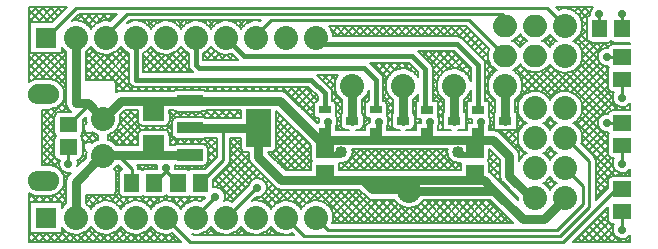
<source format=gbr>
G04 DipTrace 2.4.0.2*
%INTop.gbr*%
%MOIN*%
%ADD11C,0.006*%
%ADD14C,0.03*%
%ADD15C,0.01*%
%ADD16C,0.0256*%
%ADD17C,0.015*%
%ADD18C,0.02*%
%ADD19C,0.008*%
%ADD22R,0.0413X0.0256*%
%ADD23C,0.08*%
%ADD24C,0.08*%
%ADD25R,0.07X0.07*%
%ADD26C,0.0*%
%ADD27O,0.08X0.075*%
%ADD28C,0.028*%
%ADD30C,0.04*%
%FSLAX44Y44*%
G04*
G70*
G90*
G75*
G01*
%LNTop*%
%LPD*%
X9538Y7074D2*
D14*
X8392D1*
X7129D1*
X6642D1*
Y7030D1*
X6580D1*
X5740Y6190D1*
Y4990D1*
X8392Y7074D2*
D11*
Y7368D1*
X8331Y7429D1*
X7592Y6140D2*
D15*
Y6611D1*
X7129Y7074D1*
X5740Y10990D2*
D14*
Y8801D1*
X6130D1*
X6642Y8290D1*
X9538Y8886D2*
X8331D1*
X7237D1*
X6642Y8290D1*
X8331Y8532D2*
D11*
Y8886D1*
X9538D2*
D14*
X12544D1*
X13938Y7492D1*
Y7238D1*
X14040D1*
Y7338D1*
X13940D1*
X21040Y5640D2*
X20940D1*
X20190Y6390D1*
Y7040D1*
X19640Y7590D1*
X19207D1*
X19040D1*
X17545D1*
X15855D1*
X14113D1*
X13840D1*
X14090Y7340D1*
Y7288D1*
X14040Y7238D1*
Y7842D2*
D16*
Y7663D1*
D14*
X14113Y7590D1*
X15740Y7842D2*
D16*
Y7705D1*
D14*
X15855Y7590D1*
X17440Y7842D2*
D16*
Y7695D1*
D14*
X17545Y7590D1*
X19140Y7842D2*
D16*
Y7657D1*
D14*
X19207Y7590D1*
X19040Y7238D2*
D17*
Y7590D1*
X14140Y8190D2*
D18*
Y7942D1*
X14040Y7842D1*
X15840Y8190D2*
Y7942D1*
X15740Y7842D1*
X17540Y8190D2*
Y7942D1*
X17440Y7842D1*
X19240Y8190D2*
Y7942D1*
X19140Y7842D1*
X6130Y8801D2*
D15*
Y8730D1*
X5490Y8090D1*
X14590Y7190D2*
D18*
Y7090D1*
X14188D1*
X14040Y7238D1*
X18490Y7190D2*
Y7090D1*
X18892D1*
X19040Y7238D1*
X23190Y11790D2*
D15*
Y11290D1*
X23192D1*
X14940Y9390D2*
D14*
X14946D1*
Y8216D1*
X16640Y9390D2*
Y8221D1*
D16*
X16646Y8216D1*
X18340Y9390D2*
D14*
Y8221D1*
D16*
X18346Y8216D1*
X20040Y9390D2*
D14*
Y8221D1*
D16*
X20046Y8216D1*
X12740Y4990D2*
D15*
X13340Y4390D1*
X21890D1*
X22840Y5340D1*
Y6890D1*
X22090Y7640D1*
X22040D1*
X13740Y4990D2*
X13640Y4890D1*
Y5090D1*
X14140Y4590D1*
X21790D1*
X22640Y5440D1*
Y6040D1*
X22040Y6640D1*
X10740Y4990D2*
X11740Y5990D1*
X11790D1*
X10390Y5690D2*
X9740Y5040D1*
Y4990D1*
X19140Y8590D2*
D17*
Y10090D1*
X18440Y10790D1*
X13740D1*
Y10990D1*
X15740Y8590D2*
Y9590D1*
X15340Y9990D1*
X9840D1*
X9740Y10090D1*
Y10990D1*
X14040Y8590D2*
Y9140D1*
X13590Y9590D1*
X7740D1*
Y10990D1*
X23440Y10340D2*
D15*
X23935D1*
Y10343D1*
X11740Y10990D2*
Y11090D1*
X12240Y11590D1*
X18840D1*
X20040Y10390D1*
X6740Y10990D2*
Y11090D1*
X7440Y11790D1*
X19940D1*
X20040Y11690D1*
Y11390D1*
X4740Y10990D2*
X5740Y11990D1*
X21440D1*
X22040Y11390D1*
X8740Y6640D2*
Y6540D1*
X8340Y6140D1*
X8740Y6540D2*
X9140Y6140D1*
X5490Y6790D2*
Y7342D1*
X23440Y8140D2*
X23932D1*
X23935Y8143D1*
X10740Y10990D2*
D17*
X11340Y10390D1*
X16940D1*
X17390Y9940D1*
Y8640D1*
X17440Y8590D1*
X23940Y11290D2*
D15*
Y11790D1*
Y8990D2*
Y9590D1*
X23935Y9595D1*
X23940Y6790D2*
Y7390D1*
X23935Y7395D1*
X23940Y4590D2*
Y5190D1*
X8740Y4990D2*
X9540Y4190D1*
X21990D1*
X23810Y6010D1*
X23790Y5938D1*
X23940D1*
X9538Y7980D2*
D14*
X10656D1*
X11822D1*
X10656D2*
D15*
Y6908D1*
X9888Y6140D1*
X11822Y7980D2*
D14*
Y7008D1*
X12590Y6240D1*
X14040D1*
X15314D1*
X16840D1*
Y5890D1*
X19690D1*
X20640Y4940D1*
X21340D1*
X22040Y5640D1*
X16840Y6240D2*
X19340D1*
X19690Y5890D1*
X16840D2*
Y5940D1*
X15614D1*
X15314Y6240D1*
X14040Y6490D2*
D15*
Y6240D1*
Y6490D2*
D11*
Y6290D1*
X13990D1*
D28*
X11790Y5990D3*
X10390Y5690D3*
X23440Y8140D3*
X19240Y8190D3*
X17540D3*
X15840D3*
X14140D3*
D30*
X18490Y7190D3*
X14590D3*
D28*
X23940Y11790D3*
X8740Y6640D3*
X5490Y6790D3*
X23440Y10340D3*
X23940Y8990D3*
Y4590D3*
X23190Y11790D3*
X23940Y6790D3*
X4429Y11994D2*
D19*
X4186Y11751D1*
X4683Y11994D2*
X4186Y11497D1*
X4938Y11994D2*
X4463Y11519D1*
X4211Y11267D2*
X4186Y11242D1*
X5193Y11994D2*
X4717Y11519D1*
X4211Y11013D2*
X4186Y10987D1*
X4211Y10758D2*
X4186Y10733D1*
X4211Y10504D2*
X4186Y10478D1*
X4423Y10461D2*
X4186Y10224D1*
X5978Y11761D2*
X5784Y11568D1*
X4678Y10461D2*
X4186Y9969D1*
X6232Y11761D2*
X5987Y11516D1*
X4932Y10461D2*
X4186Y9715D1*
X6487Y11761D2*
X6139Y11413D1*
X5317Y10591D2*
X5269Y10543D1*
X5187Y10461D2*
X4305Y9579D1*
X6742Y11761D2*
X6487Y11507D1*
X5411Y10431D2*
X4590Y9610D1*
X6996Y11761D2*
X6801Y11566D1*
X5411Y10177D2*
X4845Y9610D1*
X5411Y9922D2*
X5057Y9567D1*
X6326Y10582D2*
X6069Y10325D1*
X5411Y9668D2*
X5206Y9462D1*
X7560Y11562D2*
X7521Y11523D1*
X6473Y10475D2*
X6069Y10070D1*
X5411Y9413D2*
X5310Y9311D1*
X6668Y10415D2*
X6069Y9816D1*
X5411Y9158D2*
X5355Y9103D1*
X4837Y8584D2*
X4596Y8343D1*
X8069Y11562D2*
X8011Y11503D1*
X6969Y10461D2*
X6099Y9591D1*
X5411Y8904D2*
X4596Y8089D1*
X8324Y11562D2*
X8157Y11394D1*
X7336Y10574D2*
X6353Y9591D1*
X5435Y8673D2*
X5287Y8524D1*
X5016Y8254D2*
X4596Y7834D1*
X8578Y11562D2*
X8551Y11535D1*
X7485Y10468D2*
X6608Y9591D1*
X5016Y8000D2*
X4596Y7580D1*
X7487Y10216D2*
X6862Y9591D1*
X5030Y7759D2*
X4596Y7325D1*
X9087Y11562D2*
X9023Y11497D1*
X7487Y9961D2*
X7050Y9524D1*
X5016Y7491D2*
X4596Y7070D1*
X9342Y11562D2*
X9166Y11386D1*
X8345Y10565D2*
X7994Y10214D1*
X7487Y9706D2*
X7077Y9297D1*
X6063Y8282D2*
X5964Y8183D1*
X5016Y7236D2*
X4596Y6816D1*
X9597Y11562D2*
X9578Y11544D1*
X8498Y10463D2*
X7994Y9959D1*
X7511Y9477D2*
X7249Y9214D1*
X5991Y7956D2*
X5964Y7929D1*
X5036Y7001D2*
X4771Y6736D1*
X8702Y10413D2*
X8133Y9843D1*
X7643Y9354D2*
X7503Y9214D1*
X6098Y7809D2*
X5953Y7664D1*
X5197Y6907D2*
X4998Y6708D1*
X10106Y11562D2*
X10035Y11491D1*
X9050Y10506D2*
X8387Y9843D1*
X7880Y9336D2*
X7758Y9214D1*
X6339Y7795D2*
X5964Y7420D1*
X5199Y6655D2*
X5165Y6621D1*
X4287Y5743D2*
X4186Y5642D1*
X10360Y11562D2*
X10174Y11376D1*
X9354Y10556D2*
X8642Y9843D1*
X8135Y9336D2*
X8012Y9214D1*
X6463Y7665D2*
X6284Y7485D1*
X6029Y7231D2*
X5964Y7165D1*
X5318Y6519D2*
X5286Y6487D1*
X4508Y5709D2*
X4317Y5518D1*
X4211Y5413D2*
X4186Y5387D1*
X9486Y10433D2*
X8896Y9843D1*
X8389Y9336D2*
X8267Y9214D1*
X7610Y8556D2*
X7201Y8148D1*
X6064Y7011D2*
X5805Y6752D1*
X5527Y6474D2*
X5355Y6302D1*
X4763Y5709D2*
X4571Y5518D1*
X4211Y5158D2*
X4186Y5133D1*
X9486Y10178D2*
X9151Y9843D1*
X8644Y9336D2*
X8522Y9214D1*
X7798Y8490D2*
X6871Y7564D1*
X5411Y6104D2*
X5293Y5985D1*
X5070Y5763D2*
X4826Y5518D1*
X4211Y4903D2*
X4186Y4878D1*
X11124Y11562D2*
X11046Y11484D1*
X10246Y10684D2*
X9993Y10431D1*
X9521Y9958D2*
X9405Y9843D1*
X8898Y9336D2*
X8776Y9214D1*
X7798Y8236D2*
X7027Y7465D1*
X5411Y5849D2*
X5081Y5518D1*
X4211Y4649D2*
X4186Y4623D1*
X11378Y11562D2*
X11183Y11366D1*
X10364Y10547D2*
X10060Y10244D1*
X9153Y9336D2*
X9055Y9238D1*
X7880Y8063D2*
X7220Y7403D1*
X5411Y5595D2*
X5269Y5452D1*
X4278Y4461D2*
X4186Y4369D1*
X10523Y10452D2*
X10315Y10244D1*
X9407Y9336D2*
X9322Y9251D1*
X8110Y8039D2*
X7995Y7923D1*
X7798Y7727D2*
X7474Y7403D1*
X4533Y4461D2*
X4257Y4185D1*
X10738Y10412D2*
X10570Y10244D1*
X9662Y9336D2*
X9577Y9251D1*
X8882Y8556D2*
X8863Y8538D1*
X8364Y8039D2*
X8249Y7923D1*
X7798Y7472D2*
X7729Y7403D1*
X4787Y4461D2*
X4511Y4185D1*
X10975Y10394D2*
X10824Y10244D1*
X9916Y9336D2*
X9831Y9251D1*
X9101Y8520D2*
X8864Y8283D1*
X8619Y8039D2*
X8504Y7923D1*
X7229Y6648D2*
X7076Y6496D1*
X6309Y5729D2*
X6069Y5488D1*
X5042Y4461D2*
X4766Y4185D1*
X11102Y10267D2*
X11078Y10243D1*
X10171Y9336D2*
X10060Y9225D1*
X9355Y8520D2*
X9181Y8346D1*
X8936Y8101D2*
X8748Y7913D1*
X7157Y6322D2*
X7077Y6242D1*
X6564Y5729D2*
X6191Y5356D1*
X5374Y4539D2*
X5020Y4185D1*
X10426Y9336D2*
X10303Y9214D1*
X9610Y8520D2*
X9435Y8346D1*
X8936Y7847D2*
X8863Y7773D1*
X7835Y6745D2*
X7800Y6711D1*
X7157Y6067D2*
X7077Y5988D1*
X6818Y5729D2*
X6650Y5561D1*
X5536Y4446D2*
X5275Y4185D1*
X10680Y9336D2*
X10558Y9214D1*
X9864Y8520D2*
X9690Y8346D1*
X8999Y7655D2*
X8864Y7520D1*
X8090Y6745D2*
X7936Y6592D1*
X7159Y5815D2*
X6893Y5549D1*
X5756Y4412D2*
X5530Y4185D1*
X10935Y9336D2*
X10813Y9214D1*
X10155Y8556D2*
X9945Y8346D1*
X9213Y7614D2*
X9001Y7403D1*
X8344Y6745D2*
X8212Y6614D1*
X7275Y5676D2*
X7068Y5470D1*
X6261Y4662D2*
X5784Y4185D1*
X11189Y9336D2*
X11067Y9214D1*
X10410Y8556D2*
X10162Y8309D1*
X9467Y7614D2*
X9293Y7440D1*
X7519Y5666D2*
X7199Y5346D1*
X6384Y4531D2*
X6039Y4185D1*
X11444Y9336D2*
X11322Y9214D1*
X10664Y8556D2*
X10417Y8309D1*
X9722Y7614D2*
X9548Y7440D1*
X7774Y5666D2*
X7671Y5563D1*
X6550Y4442D2*
X6293Y4185D1*
X11698Y9336D2*
X11576Y9214D1*
X10919Y8556D2*
X10671Y8309D1*
X9978Y7616D2*
X9802Y7440D1*
X9075Y6713D2*
X9056Y6693D1*
X8034Y5671D2*
X7907Y5545D1*
X6775Y4413D2*
X6548Y4185D1*
X11953Y9336D2*
X11831Y9214D1*
X11173Y8556D2*
X10926Y8309D1*
X10268Y7651D2*
X10041Y7424D1*
X9326Y6709D2*
X9230Y6614D1*
X8283Y5666D2*
X8079Y5462D1*
X7268Y4651D2*
X6802Y4185D1*
X14232Y11361D2*
X14208Y11336D1*
X12208Y9336D2*
X12085Y9214D1*
X11220Y8349D2*
X11180Y8309D1*
X10427Y7556D2*
X10140Y7268D1*
X9581Y6709D2*
X9471Y6599D1*
X8538Y5666D2*
X8207Y5335D1*
X7395Y4523D2*
X7057Y4185D1*
X14487Y11361D2*
X14292Y11166D1*
X12462Y9336D2*
X12340Y9214D1*
X10427Y7301D2*
X10140Y7014D1*
X9835Y6709D2*
X9740Y6614D1*
X8807Y5681D2*
X8692Y5566D1*
X7564Y4438D2*
X7312Y4185D1*
X14742Y11361D2*
X14424Y11044D1*
X12717Y9336D2*
X12592Y9211D1*
X11032Y7651D2*
X10885Y7504D1*
X10427Y7047D2*
X9994Y6614D1*
X9047Y5666D2*
X8922Y5541D1*
X7795Y4415D2*
X7566Y4185D1*
X14996Y11361D2*
X14679Y11044D1*
X12971Y9336D2*
X12766Y9131D1*
X11220Y7585D2*
X10885Y7250D1*
X9301Y5666D2*
X9089Y5454D1*
X8276Y4641D2*
X7821Y4185D1*
X15251Y11361D2*
X14933Y11044D1*
X13226Y9336D2*
X12894Y9004D1*
X11220Y7331D2*
X10885Y6995D1*
X9566Y5677D2*
X9215Y5325D1*
X8405Y4515D2*
X8075Y4185D1*
X15505Y11361D2*
X15188Y11044D1*
X13881Y9736D2*
X13843Y9699D1*
X13480Y9336D2*
X13021Y8877D1*
X12553Y8409D2*
X12424Y8280D1*
X11321Y7177D2*
X10323Y6179D1*
X9810Y5666D2*
X9712Y5568D1*
X8577Y4433D2*
X8330Y4185D1*
X15760Y11361D2*
X15442Y11044D1*
X14135Y9736D2*
X13971Y9572D1*
X13608Y9210D2*
X13149Y8750D1*
X12680Y8282D2*
X12424Y8025D1*
X11493Y7095D2*
X10407Y6008D1*
X8816Y4417D2*
X8584Y4185D1*
X16014Y11361D2*
X15697Y11044D1*
X14390Y9736D2*
X14098Y9445D1*
X13736Y9082D2*
X13276Y8623D1*
X12808Y8154D2*
X12424Y7771D1*
X11523Y6869D2*
X10592Y5939D1*
X9028Y4375D2*
X8839Y4185D1*
X16269Y11361D2*
X15951Y11044D1*
X14366Y9458D2*
X14225Y9317D1*
X13659Y8751D2*
X13403Y8495D1*
X12935Y8027D2*
X12424Y7516D1*
X11635Y6727D2*
X10695Y5787D1*
X9155Y4248D2*
X9093Y4185D1*
X16524Y11361D2*
X16206Y11044D1*
X14385Y9222D2*
X14293Y9131D1*
X13654Y8492D2*
X13531Y8368D1*
X13062Y7900D2*
X12230Y7068D1*
X11762Y6600D2*
X10731Y5569D1*
X16778Y11361D2*
X16461Y11044D1*
X14468Y9051D2*
X14306Y8889D1*
X13730Y8313D2*
X13658Y8241D1*
X13190Y7772D2*
X12358Y6941D1*
X11889Y6472D2*
X11715Y6298D1*
X11482Y6065D2*
X10949Y5532D1*
X17033Y11361D2*
X16715Y11044D1*
X15808Y10136D2*
X15682Y10010D1*
X14595Y8923D2*
X14423Y8752D1*
X13317Y7645D2*
X12485Y6813D1*
X12017Y6345D2*
X11943Y6271D1*
X10292Y4621D2*
X10090Y4419D1*
X17287Y11361D2*
X16970Y11044D1*
X16062Y10136D2*
X15809Y9883D1*
X14617Y8691D2*
X14425Y8499D1*
X13444Y7518D2*
X12612Y6686D1*
X12144Y6218D2*
X12071Y6145D1*
X10427Y4501D2*
X10345Y4419D1*
X17542Y11361D2*
X17224Y11044D1*
X16317Y10136D2*
X15936Y9755D1*
X14567Y8386D2*
X14450Y8269D1*
X13566Y7385D2*
X12749Y6568D1*
X12271Y6090D2*
X12099Y5918D1*
X11862Y5681D2*
X11749Y5569D1*
X17796Y11361D2*
X17479Y11044D1*
X16571Y10136D2*
X15994Y9559D1*
X15487Y9051D2*
X15274Y8839D1*
X14560Y8125D2*
X14425Y7990D1*
X13566Y7131D2*
X13004Y6568D1*
X12403Y5968D2*
X11962Y5526D1*
X18051Y11361D2*
X17733Y11044D1*
X17226Y10536D2*
X17191Y10501D1*
X16826Y10136D2*
X16659Y9969D1*
X16061Y9371D2*
X15994Y9304D1*
X15355Y8665D2*
X15274Y8585D1*
X14632Y7942D2*
X14609Y7919D1*
X13585Y6896D2*
X13258Y6568D1*
X12601Y5911D2*
X12120Y5430D1*
X11301Y4611D2*
X11109Y4419D1*
X18305Y11361D2*
X17988Y11044D1*
X17481Y10536D2*
X17318Y10374D1*
X16957Y10012D2*
X16868Y9924D1*
X16106Y9162D2*
X15994Y9050D1*
X15359Y8415D2*
X15327Y8383D1*
X13566Y6622D2*
X13513Y6568D1*
X12855Y5911D2*
X12387Y5442D1*
X12288Y5344D2*
X12237Y5292D1*
X11439Y4494D2*
X11363Y4419D1*
X18560Y11361D2*
X18242Y11044D1*
X17735Y10536D2*
X17445Y10246D1*
X17084Y9885D2*
X17025Y9826D1*
X16204Y9005D2*
X16059Y8860D1*
X15487Y8288D2*
X15331Y8132D1*
X13110Y5911D2*
X12767Y5568D1*
X18778Y11325D2*
X18493Y11039D1*
X17990Y10536D2*
X17573Y10119D1*
X16311Y8858D2*
X16126Y8672D1*
X13365Y5911D2*
X12975Y5521D1*
X18906Y11198D2*
X18650Y10942D1*
X18244Y10536D2*
X17643Y9935D1*
X16311Y8603D2*
X16114Y8406D1*
X13619Y5911D2*
X13129Y5421D1*
X12309Y4601D2*
X12127Y4419D1*
X19033Y11070D2*
X18777Y10815D1*
X18415Y10452D2*
X17643Y9681D1*
X16260Y8298D2*
X16158Y8196D1*
X15224Y7262D2*
X14531Y6568D1*
X13874Y5911D2*
X13447Y5485D1*
X12450Y4487D2*
X12381Y4419D1*
X19160Y10943D2*
X18905Y10687D1*
X18542Y10325D2*
X18152Y9935D1*
X17795Y9578D2*
X17643Y9426D1*
X17136Y8919D2*
X17113Y8896D1*
X17055Y8838D2*
X16969Y8752D1*
X16264Y8046D2*
X16136Y7919D1*
X15479Y7262D2*
X14786Y6568D1*
X14128Y5911D2*
X13784Y5567D1*
X19287Y10816D2*
X19032Y10560D1*
X18670Y10198D2*
X18433Y9962D1*
X17768Y9296D2*
X17643Y9171D1*
X17055Y8583D2*
X16969Y8497D1*
X15733Y7262D2*
X15040Y6568D1*
X14383Y5911D2*
X13987Y5516D1*
X12911Y4439D2*
X12890Y4418D1*
X19415Y10688D2*
X19159Y10433D1*
X18797Y10071D2*
X18623Y9897D1*
X17833Y9107D2*
X17643Y8917D1*
X17055Y8328D2*
X17031Y8305D1*
X15988Y7262D2*
X15295Y6568D1*
X14637Y5911D2*
X14139Y5412D1*
X19472Y10491D2*
X19286Y10306D1*
X18886Y9905D2*
X18766Y9785D1*
X17945Y8964D2*
X17825Y8844D1*
X17228Y8247D2*
X17130Y8149D1*
X17055Y8074D2*
X17023Y8042D1*
X16242Y7262D2*
X15549Y6568D1*
X14892Y5911D2*
X14249Y5268D1*
X19479Y10244D2*
X19387Y10152D1*
X18886Y9651D2*
X18868Y9632D1*
X18011Y8776D2*
X17825Y8590D1*
X16497Y7262D2*
X15804Y6568D1*
X15146Y5911D2*
X14313Y5077D1*
X20560Y11070D2*
X20354Y10864D1*
X19561Y10071D2*
X19393Y9903D1*
X17959Y8469D2*
X17825Y8335D1*
X16752Y7262D2*
X16058Y6568D1*
X15288Y5798D2*
X14308Y4818D1*
X20687Y10942D2*
X20491Y10747D1*
X19686Y9942D2*
X19393Y9649D1*
X18886Y9142D2*
X18822Y9078D1*
X17960Y8215D2*
X17843Y8098D1*
X17006Y7262D2*
X16313Y6568D1*
X15415Y5671D2*
X14563Y4818D1*
X21993Y11994D2*
X21962Y11963D1*
X19468Y9469D2*
X19393Y9394D1*
X18754Y8755D2*
X18669Y8669D1*
X17960Y7961D2*
X17918Y7919D1*
X17261Y7262D2*
X16568Y6568D1*
X15572Y5573D2*
X14817Y4818D1*
X22248Y11994D2*
X22201Y11947D1*
X19483Y9229D2*
X19393Y9140D1*
X18754Y8501D2*
X18731Y8477D1*
X17515Y7262D2*
X16822Y6568D1*
X15815Y5561D2*
X15072Y4818D1*
X22503Y11994D2*
X22374Y11866D1*
X21564Y11056D2*
X21365Y10857D1*
X20568Y10060D2*
X20374Y9865D1*
X19565Y9057D2*
X19405Y8897D1*
X18792Y8283D2*
X18731Y8223D1*
X17770Y7262D2*
X17077Y6568D1*
X16069Y5561D2*
X15327Y4818D1*
X22757Y11994D2*
X22504Y11741D1*
X21690Y10927D2*
X21500Y10737D1*
X20697Y9934D2*
X20503Y9741D1*
X19690Y8927D2*
X19525Y8762D1*
X18754Y7992D2*
X18731Y7968D1*
X18024Y7262D2*
X17331Y6568D1*
X16324Y5561D2*
X15581Y4818D1*
X22882Y11865D2*
X22590Y11573D1*
X20871Y9854D2*
X20590Y9573D1*
X19712Y8694D2*
X19525Y8508D1*
X18121Y7103D2*
X17586Y6568D1*
X16464Y5447D2*
X15836Y4818D1*
X22758Y11486D2*
X22616Y11344D1*
X21111Y9839D2*
X20617Y9345D1*
X19660Y8389D2*
X19548Y8276D1*
X18207Y6935D2*
X17840Y6568D1*
X16623Y5352D2*
X16090Y4818D1*
X22758Y11231D2*
X22384Y10858D1*
X21572Y10046D2*
X20368Y8842D1*
X19660Y8134D2*
X19525Y7999D1*
X18359Y6833D2*
X18095Y6568D1*
X16838Y5312D2*
X16345Y4818D1*
X22758Y10977D2*
X22511Y10730D1*
X21700Y9919D2*
X20998Y9217D1*
X20463Y8682D2*
X20368Y8587D1*
X18574Y6793D2*
X18349Y6568D1*
X17342Y5561D2*
X16599Y4818D1*
X22865Y10829D2*
X22595Y10559D1*
X21871Y9835D2*
X21226Y9190D1*
X20490Y8455D2*
X20431Y8395D1*
X19941Y7906D2*
X19867Y7832D1*
X17597Y5561D2*
X16854Y4818D1*
X23106Y10816D2*
X22614Y10324D1*
X22106Y9816D2*
X21392Y9102D1*
X20578Y8288D2*
X20431Y8141D1*
X20200Y7910D2*
X19994Y7704D1*
X17851Y5561D2*
X17109Y4818D1*
X23360Y10816D2*
X21516Y8972D1*
X20708Y8163D2*
X20122Y7577D1*
X19653Y7109D2*
X19513Y6968D1*
X18106Y5561D2*
X17363Y4818D1*
X23624Y10825D2*
X23543Y10744D1*
X23495Y10696D2*
X23457Y10658D1*
X23122Y10323D2*
X22018Y9218D1*
X20462Y7663D2*
X20249Y7450D1*
X19781Y6981D2*
X19514Y6714D1*
X18360Y5561D2*
X17618Y4818D1*
X23870Y10816D2*
X23831Y10778D1*
X23191Y10137D2*
X22239Y9185D1*
X20495Y7441D2*
X20376Y7322D1*
X19861Y6807D2*
X19550Y6496D1*
X18615Y5561D2*
X17872Y4818D1*
X24124Y10816D2*
X24086Y10778D1*
X23344Y10035D2*
X22402Y9094D1*
X21586Y8277D2*
X21402Y8094D1*
X20586Y7278D2*
X20489Y7181D1*
X19861Y6553D2*
X19678Y6370D1*
X18869Y5561D2*
X18127Y4818D1*
X23474Y9912D2*
X22524Y8961D1*
X21719Y8156D2*
X21524Y7961D1*
X20718Y7156D2*
X20519Y6956D1*
X19871Y6308D2*
X19805Y6242D1*
X19124Y5561D2*
X18381Y4818D1*
X23461Y9644D2*
X22602Y8784D1*
X19965Y6147D2*
X19933Y6115D1*
X19379Y5561D2*
X18636Y4818D1*
X23461Y9389D2*
X22608Y8536D1*
X20092Y6020D2*
X20061Y5989D1*
X19592Y5520D2*
X18890Y4818D1*
X23526Y9199D2*
X22413Y8086D1*
X21594Y7268D2*
X21412Y7086D1*
X20219Y5892D2*
X20187Y5860D1*
X19720Y5393D2*
X19145Y4818D1*
X23627Y9046D2*
X22531Y7950D1*
X21730Y7148D2*
X21531Y6950D1*
X20346Y5765D2*
X20315Y5734D1*
X19847Y5266D2*
X19400Y4818D1*
X23664Y8828D2*
X22605Y7770D1*
X20461Y5626D2*
X20442Y5606D1*
X19974Y5139D2*
X19654Y4818D1*
X23794Y8704D2*
X23668Y8578D1*
X23135Y8045D2*
X22603Y7512D1*
X20102Y5011D2*
X19909Y4818D1*
X24031Y8686D2*
X23922Y8578D1*
X23237Y7892D2*
X22701Y7356D1*
X21602Y6258D2*
X21422Y6077D1*
X20229Y4884D2*
X20163Y4818D1*
X24194Y8595D2*
X24177Y8578D1*
X23421Y7822D2*
X22828Y7229D1*
X21741Y6142D2*
X21708Y6109D1*
X21571Y5972D2*
X21538Y5938D1*
X23461Y7607D2*
X22955Y7101D1*
X23461Y7353D2*
X23061Y6953D1*
X23464Y7101D2*
X23069Y6705D1*
X23585Y6967D2*
X23069Y6451D1*
X23623Y6751D2*
X23069Y6196D1*
X23702Y6575D2*
X23069Y5942D1*
X23862Y6480D2*
X23754Y6372D1*
X23466Y6085D2*
X23069Y5687D1*
X24194Y6559D2*
X24008Y6372D1*
X23466Y5321D2*
X22330Y4186D1*
X23466Y5066D2*
X22585Y4186D1*
X23492Y4838D2*
X22840Y4186D1*
X23664Y4755D2*
X23094Y4186D1*
X23641Y4477D2*
X23349Y4186D1*
X23749Y4332D2*
X23603Y4186D1*
X23944Y4271D2*
X23858Y4186D1*
X24194Y4267D2*
X24112Y4186D1*
Y10816D2*
X24150Y10778D1*
X22678Y11994D2*
X22872Y11801D1*
X23857Y10816D2*
X23895Y10778D1*
X22424Y11994D2*
X22768Y11650D1*
X23563Y10855D2*
X23641Y10778D1*
X22169Y11994D2*
X22229Y11935D1*
X22584Y11579D2*
X22758Y11406D1*
X23348Y10816D2*
X23481Y10683D1*
X21915Y11994D2*
X21947Y11962D1*
X22612Y11297D2*
X22758Y11151D1*
X23093Y10816D2*
X23287Y10622D1*
X22547Y11107D2*
X23160Y10495D1*
X22436Y10964D2*
X23131Y10269D1*
X23369Y10031D2*
X23475Y9925D1*
X22594Y10551D2*
X23461Y9684D1*
X22609Y10282D2*
X23461Y9430D1*
X24147Y8744D2*
X24194Y8696D1*
X21538Y11099D2*
X21556Y11080D1*
X22541Y10095D2*
X23622Y9014D1*
X23964Y8672D2*
X24059Y8578D1*
X21420Y10962D2*
X21606Y10776D1*
X22426Y9956D2*
X23804Y8578D1*
X22270Y9857D2*
X23565Y8562D1*
X22061Y9812D2*
X23414Y8458D1*
X20531Y11087D2*
X20743Y10875D1*
X21531Y10087D2*
X23233Y8385D1*
X20410Y10954D2*
X20602Y10762D1*
X21409Y9954D2*
X22158Y9205D1*
X22605Y8758D2*
X23133Y8230D1*
X21244Y9865D2*
X21905Y9204D1*
X22604Y8505D2*
X23461Y7648D1*
X21018Y9836D2*
X21726Y9128D1*
X22528Y8326D2*
X23461Y7393D1*
X20524Y10076D2*
X21591Y9009D1*
X22409Y8191D2*
X23461Y7139D1*
X23640Y6960D2*
X23657Y6942D1*
X24092Y6508D2*
X24194Y6405D1*
X20399Y9946D2*
X21136Y9209D1*
X22610Y7735D2*
X23633Y6713D1*
X23862Y6483D2*
X23973Y6372D1*
X18730Y11361D2*
X19498Y10593D1*
X20610Y9480D2*
X20890Y9201D1*
X22600Y7491D2*
X23718Y6372D1*
X18475Y11361D2*
X19462Y10374D1*
X20599Y9237D2*
X20715Y9121D1*
X21521Y8315D2*
X21715Y8121D1*
X23069Y6767D2*
X23515Y6321D1*
X18220Y11361D2*
X19712Y9870D1*
X20519Y9062D2*
X20583Y8998D1*
X21399Y8183D2*
X21583Y7999D1*
X23069Y6513D2*
X23466Y6115D1*
X17966Y11361D2*
X18283Y11044D1*
X19393Y9934D2*
X19581Y9746D1*
X20396Y8931D2*
X20493Y8834D1*
X23069Y6258D2*
X23400Y5927D1*
X17711Y11361D2*
X18029Y11044D1*
X19393Y9679D2*
X19492Y9581D1*
X20368Y8704D2*
X20462Y8610D1*
X23069Y6004D2*
X23273Y5799D1*
X17457Y11361D2*
X17774Y11044D1*
X18281Y10536D2*
X18886Y9932D1*
X19393Y9424D2*
X19462Y9355D1*
X20431Y8387D2*
X20704Y8113D1*
X21514Y7304D2*
X21704Y7114D1*
X23069Y5749D2*
X23146Y5672D1*
X17202Y11361D2*
X17520Y11044D1*
X18027Y10536D2*
X18886Y9677D1*
X19393Y9170D2*
X19712Y8852D1*
X20431Y8132D2*
X20575Y7988D1*
X21388Y7175D2*
X21575Y6988D1*
X23345Y5218D2*
X23466Y5098D1*
X16948Y11361D2*
X17265Y11044D1*
X17772Y10536D2*
X18340Y9969D1*
X19393Y8915D2*
X19412Y8897D1*
X19525Y8784D2*
X19712Y8597D1*
X20399Y7909D2*
X20489Y7820D1*
X23218Y5091D2*
X23632Y4677D1*
X24027Y4282D2*
X24123Y4185D1*
X16693Y11361D2*
X17011Y11044D1*
X17518Y10536D2*
X18125Y9929D1*
X19525Y8529D2*
X19660Y8394D1*
X20146Y7909D2*
X20464Y7590D1*
X23091Y4963D2*
X23869Y4185D1*
X16439Y11361D2*
X16756Y11044D1*
X17263Y10536D2*
X17965Y9834D1*
X18784Y9015D2*
X18886Y8913D1*
X19552Y8247D2*
X19660Y8139D1*
X19890Y7909D2*
X20694Y7106D1*
X21506Y6294D2*
X21693Y6106D1*
X22963Y4836D2*
X23614Y4185D1*
X16184Y11361D2*
X16501Y11044D1*
X17643Y9902D2*
X17848Y9697D1*
X18669Y8876D2*
X18754Y8791D1*
X19525Y8020D2*
X19626Y7919D1*
X20519Y7026D2*
X20567Y6978D1*
X21378Y6167D2*
X21567Y5978D1*
X22836Y4709D2*
X23360Y4185D1*
X15929Y11361D2*
X16247Y11044D1*
X17643Y9647D2*
X17774Y9516D1*
X18669Y8622D2*
X18754Y8536D1*
X22709Y4582D2*
X23105Y4185D1*
X15675Y11361D2*
X15992Y11044D1*
X17643Y9393D2*
X17778Y9258D1*
X18730Y8305D2*
X18887Y8149D1*
X22582Y4454D2*
X22850Y4185D1*
X15420Y11361D2*
X15738Y11044D1*
X16645Y10136D2*
X16859Y9923D1*
X17643Y9138D2*
X18011Y8770D1*
X18730Y8051D2*
X18755Y8027D1*
X22454Y4327D2*
X22596Y4185D1*
X15166Y11361D2*
X15483Y11044D1*
X16391Y10136D2*
X16562Y9964D1*
X17825Y8701D2*
X18004Y8523D1*
X19514Y7013D2*
X19861Y6666D1*
X14911Y11361D2*
X15229Y11044D1*
X16136Y10136D2*
X16369Y9903D1*
X17825Y8447D2*
X17960Y8312D1*
X19513Y6760D2*
X19861Y6411D1*
X14657Y11361D2*
X14974Y11044D1*
X15882Y10136D2*
X16223Y9795D1*
X17045Y8973D2*
X17121Y8897D1*
X17858Y8160D2*
X17960Y8058D1*
X14402Y11361D2*
X14720Y11044D1*
X15627Y10136D2*
X16119Y9644D1*
X16969Y8794D2*
X17055Y8708D1*
X17825Y7938D2*
X17844Y7919D1*
X14247Y11261D2*
X14465Y11044D1*
X15994Y9515D2*
X16063Y9445D1*
X16969Y8540D2*
X17055Y8454D1*
X15994Y9260D2*
X16129Y9125D1*
X17031Y8223D2*
X17105Y8149D1*
X17992Y7262D2*
X18115Y7139D1*
X18438Y6816D2*
X18566Y6688D1*
X15994Y9005D2*
X16311Y8688D1*
X17006Y7993D2*
X17055Y7945D1*
X17738Y7262D2*
X18431Y6568D1*
X19438Y5561D2*
X20181Y4818D1*
X16126Y8619D2*
X16294Y8451D1*
X17483Y7262D2*
X18176Y6568D1*
X19184Y5561D2*
X19927Y4818D1*
X15423Y9067D2*
X15487Y9004D1*
X16109Y8381D2*
X16260Y8230D1*
X17229Y7262D2*
X17922Y6568D1*
X18929Y5561D2*
X19672Y4818D1*
X15301Y8935D2*
X15397Y8838D1*
X16144Y8092D2*
X16317Y7919D1*
X16974Y7262D2*
X17667Y6568D1*
X18675Y5561D2*
X19417Y4818D1*
X14245Y9736D2*
X14394Y9587D1*
X15274Y8707D2*
X15355Y8626D1*
X16720Y7262D2*
X17413Y6568D1*
X18420Y5561D2*
X19163Y4818D1*
X13990Y9736D2*
X14362Y9364D1*
X15314Y8412D2*
X15521Y8205D1*
X16465Y7262D2*
X17158Y6568D1*
X18166Y5561D2*
X18908Y4818D1*
X14289Y9183D2*
X14617Y8855D1*
X15331Y8141D2*
X15390Y8082D1*
X16210Y7262D2*
X16904Y6568D1*
X17911Y5561D2*
X18654Y4818D1*
X14293Y8924D2*
X14617Y8600D1*
X15268Y7949D2*
X15298Y7919D1*
X15956Y7262D2*
X16649Y6568D1*
X17657Y5561D2*
X18399Y4818D1*
X11401Y11562D2*
X11462Y11501D1*
X14425Y8538D2*
X14567Y8396D1*
X15701Y7262D2*
X16395Y6568D1*
X17402Y5561D2*
X18145Y4818D1*
X11147Y11562D2*
X11318Y11390D1*
X13372Y9336D2*
X13786Y8922D1*
X14450Y8259D2*
X14560Y8148D1*
X15447Y7262D2*
X16140Y6568D1*
X17240Y5468D2*
X17890Y4818D1*
X10892Y11562D2*
X10915Y11539D1*
X13118Y9336D2*
X13667Y8787D1*
X14420Y8034D2*
X14535Y7919D1*
X15192Y7262D2*
X15885Y6568D1*
X17088Y5366D2*
X17635Y4818D1*
X12863Y9336D2*
X13654Y8545D1*
X14965Y7234D2*
X15631Y6568D1*
X16887Y5313D2*
X17381Y4818D1*
X10383Y11562D2*
X10451Y11493D1*
X12609Y9336D2*
X13799Y8146D1*
X14929Y7016D2*
X15376Y6568D1*
X16553Y5391D2*
X17126Y4818D1*
X10128Y11562D2*
X10310Y11380D1*
X12354Y9336D2*
X12476Y9214D1*
X14810Y6880D2*
X15122Y6568D1*
X16129Y5561D2*
X16872Y4818D1*
X12100Y9336D2*
X12222Y9214D1*
X14623Y6813D2*
X14867Y6568D1*
X15875Y5561D2*
X16617Y4818D1*
X10769Y10412D2*
X10937Y10244D1*
X11845Y9336D2*
X11967Y9214D1*
X14514Y6667D2*
X14613Y6568D1*
X15615Y5566D2*
X16363Y4818D1*
X9365Y11562D2*
X9439Y11487D1*
X10237Y10689D2*
X10280Y10647D1*
X10396Y10530D2*
X10683Y10244D1*
X11590Y9336D2*
X11713Y9214D1*
X12424Y8503D2*
X13566Y7360D1*
X15015Y5911D2*
X16108Y4818D1*
X9110Y11562D2*
X9301Y11371D1*
X10121Y10551D2*
X10428Y10244D1*
X11336Y9336D2*
X11458Y9214D1*
X12424Y8248D2*
X13566Y7106D1*
X14761Y5911D2*
X15854Y4818D1*
X9993Y10424D2*
X10174Y10244D1*
X11081Y9336D2*
X11203Y9214D1*
X12424Y7993D2*
X13586Y6832D1*
X14506Y5911D2*
X15599Y4818D1*
X10827Y9336D2*
X10949Y9214D1*
X12424Y7739D2*
X13566Y6597D1*
X14252Y5911D2*
X15344Y4818D1*
X8347Y11562D2*
X8428Y11480D1*
X9230Y10678D2*
X9486Y10422D1*
X10572Y9336D2*
X10694Y9214D1*
X12424Y7484D2*
X13340Y6568D1*
X13997Y5911D2*
X15090Y4818D1*
X8092Y11562D2*
X8293Y11361D1*
X9111Y10543D2*
X9486Y10168D1*
X10318Y9336D2*
X10440Y9214D1*
X11097Y8556D2*
X11220Y8433D1*
X12403Y7251D2*
X13085Y6568D1*
X13743Y5911D2*
X14835Y4818D1*
X8950Y10449D2*
X9556Y9843D1*
X10063Y9336D2*
X10185Y9214D1*
X10843Y8556D2*
X11090Y8309D1*
X12237Y7162D2*
X12831Y6568D1*
X13488Y5911D2*
X13840Y5559D1*
X14308Y5091D2*
X14581Y4818D1*
X8733Y10412D2*
X9301Y9843D1*
X9809Y9336D2*
X9894Y9251D1*
X10588Y8556D2*
X10836Y8309D1*
X13234Y5911D2*
X13593Y5551D1*
X14301Y4843D2*
X14326Y4818D1*
X8223Y10667D2*
X9047Y9843D1*
X9554Y9336D2*
X9639Y9251D1*
X10334Y8556D2*
X10581Y8309D1*
X12979Y5911D2*
X13418Y5472D1*
X6874Y11761D2*
X6979Y11656D1*
X8101Y10535D2*
X8792Y9843D1*
X9299Y9336D2*
X9384Y9251D1*
X10079Y8556D2*
X10327Y8309D1*
X10984Y7651D2*
X11220Y7415D1*
X11474Y7162D2*
X11493Y7142D1*
X12724Y5911D2*
X13285Y5350D1*
X6619Y11761D2*
X6819Y11562D1*
X7994Y10387D2*
X8538Y9843D1*
X9045Y9336D2*
X9130Y9251D1*
X9861Y8520D2*
X10072Y8309D1*
X10885Y7496D2*
X11550Y6831D1*
X12412Y5968D2*
X12818Y5563D1*
X6365Y11761D2*
X6579Y11547D1*
X7994Y10132D2*
X8283Y9843D1*
X8790Y9336D2*
X8912Y9214D1*
X9606Y8520D2*
X9780Y8346D1*
X10885Y7241D2*
X11820Y6307D1*
X12107Y6020D2*
X12579Y5548D1*
X6110Y11761D2*
X6407Y11465D1*
X7215Y10657D2*
X7487Y10385D1*
X7994Y9878D2*
X8029Y9843D1*
X8536Y9336D2*
X8658Y9214D1*
X9352Y8520D2*
X9526Y8346D1*
X10220Y7651D2*
X10427Y7444D1*
X10885Y6987D2*
X11614Y6258D1*
X12058Y5814D2*
X12406Y5465D1*
X5856Y11761D2*
X6277Y11341D1*
X7091Y10527D2*
X7487Y10130D1*
X8281Y9336D2*
X8403Y9214D1*
X9095Y8522D2*
X9271Y8346D1*
X9999Y7618D2*
X10427Y7190D1*
X10844Y6774D2*
X11497Y6120D1*
X11920Y5697D2*
X12276Y5341D1*
X5368Y11994D2*
X5393Y11970D1*
X5720Y11643D2*
X5798Y11565D1*
X6924Y10439D2*
X7487Y9876D1*
X8027Y9336D2*
X8149Y9214D1*
X8864Y8499D2*
X9034Y8328D1*
X9748Y7614D2*
X9923Y7440D1*
X10140Y7223D2*
X10392Y6971D1*
X10719Y6644D2*
X11393Y5970D1*
X11719Y5643D2*
X11797Y5565D1*
X12923Y4439D2*
X12945Y4418D1*
X5114Y11994D2*
X5266Y11843D1*
X6695Y10414D2*
X7487Y9621D1*
X7772Y9336D2*
X7894Y9214D1*
X8864Y8244D2*
X8936Y8172D1*
X9494Y7614D2*
X9668Y7440D1*
X10140Y6968D2*
X10265Y6843D1*
X10592Y6516D2*
X11265Y5843D1*
X4859Y11994D2*
X5138Y11715D1*
X6208Y10646D2*
X7640Y9214D1*
X8787Y8067D2*
X8936Y7917D1*
X9239Y7614D2*
X9414Y7440D1*
X10091Y6762D2*
X10138Y6716D1*
X10464Y6389D2*
X11138Y5715D1*
X12208Y4645D2*
X12435Y4419D1*
X4605Y11994D2*
X5011Y11588D1*
X6080Y10519D2*
X7385Y9214D1*
X8560Y8039D2*
X8676Y7923D1*
X8864Y7735D2*
X9159Y7440D1*
X9890Y6709D2*
X9985Y6614D1*
X10337Y6262D2*
X11011Y5588D1*
X12080Y4519D2*
X12180Y4419D1*
X4350Y11994D2*
X4825Y11519D1*
X6069Y10276D2*
X6753Y9591D1*
X7077Y9267D2*
X7143Y9202D1*
X8306Y8039D2*
X8421Y7923D1*
X8864Y7481D2*
X8942Y7403D1*
X9635Y6709D2*
X9731Y6614D1*
X10706Y5639D2*
X10777Y5567D1*
X11910Y4435D2*
X11927Y4418D1*
X4186Y11904D2*
X4572Y11518D1*
X6069Y10021D2*
X6499Y9591D1*
X7533Y8557D2*
X7798Y8292D1*
X8051Y8039D2*
X8166Y7923D1*
X9381Y6709D2*
X9516Y6574D1*
X4186Y11650D2*
X4317Y11518D1*
X5269Y10566D2*
X5411Y10424D1*
X6069Y9767D2*
X6244Y9591D1*
X7327Y8508D2*
X7920Y7916D1*
X9126Y6709D2*
X9222Y6614D1*
X11200Y4636D2*
X11416Y4419D1*
X4186Y11395D2*
X4211Y11370D1*
X5119Y10461D2*
X5411Y10169D1*
X7214Y8366D2*
X7800Y7780D1*
X9915Y5666D2*
X9977Y5603D1*
X11069Y4512D2*
X11162Y4419D1*
X4186Y11141D2*
X4211Y11115D1*
X4865Y10461D2*
X5411Y9915D1*
X7198Y8128D2*
X7798Y7528D1*
X9660Y5666D2*
X9758Y5568D1*
X4186Y10886D2*
X4211Y10861D1*
X4610Y10461D2*
X5411Y9660D1*
X7116Y7955D2*
X7669Y7403D1*
X8326Y6745D2*
X8421Y6651D1*
X9405Y5666D2*
X9538Y5533D1*
X4186Y10631D2*
X4211Y10606D1*
X4356Y10461D2*
X5411Y9406D1*
X6992Y7826D2*
X7414Y7403D1*
X8072Y6745D2*
X8204Y6614D1*
X9151Y5666D2*
X9375Y5442D1*
X10192Y4625D2*
X10398Y4419D1*
X4186Y10377D2*
X4978Y9584D1*
X5348Y9214D2*
X5411Y9151D1*
X6824Y7739D2*
X7160Y7403D1*
X7817Y6745D2*
X7980Y6583D1*
X8896Y5666D2*
X9254Y5308D1*
X10059Y4504D2*
X10144Y4419D1*
X4186Y10122D2*
X4698Y9610D1*
X5347Y8961D2*
X5411Y8897D1*
X6018Y8290D2*
X6065Y8243D1*
X8638Y5670D2*
X8739Y5569D1*
X4186Y9868D2*
X4443Y9610D1*
X5264Y8790D2*
X5529Y8525D1*
X5964Y8090D2*
X6004Y8049D1*
X6243Y7811D2*
X6469Y7584D1*
X8387Y5666D2*
X8524Y5529D1*
X4186Y9613D2*
X4237Y9562D1*
X5128Y8671D2*
X5274Y8525D1*
X5964Y7835D2*
X6300Y7499D1*
X7111Y6688D2*
X7222Y6576D1*
X8133Y5666D2*
X8365Y5434D1*
X4944Y8600D2*
X5068Y8476D1*
X5964Y7581D2*
X6057Y7487D1*
X7077Y6467D2*
X7157Y6387D1*
X7876Y5668D2*
X8247Y5297D1*
X4706Y8584D2*
X5016Y8274D1*
X5964Y7326D2*
X6003Y7287D1*
X7077Y6212D2*
X7157Y6133D1*
X7624Y5666D2*
X7721Y5569D1*
X8865Y4424D2*
X9104Y4186D1*
X4596Y8439D2*
X5016Y8019D1*
X5964Y7072D2*
X6058Y6977D1*
X7077Y5958D2*
X7157Y5878D1*
X7369Y5666D2*
X7511Y5524D1*
X8606Y4429D2*
X8850Y4186D1*
X4596Y8184D2*
X5061Y7719D1*
X5859Y6921D2*
X5931Y6850D1*
X7019Y5762D2*
X7355Y5426D1*
X8175Y4606D2*
X8595Y4186D1*
X4596Y7930D2*
X5016Y7510D1*
X6797Y5729D2*
X7056Y5470D1*
X7220Y5306D2*
X7240Y5286D1*
X8035Y4491D2*
X8341Y4186D1*
X4596Y7675D2*
X5016Y7255D1*
X6543Y5729D2*
X6704Y5568D1*
X7851Y4421D2*
X8086Y4186D1*
X4596Y7421D2*
X5174Y6842D1*
X6288Y5729D2*
X6499Y5518D1*
X7582Y4435D2*
X7831Y4186D1*
X4596Y7166D2*
X5094Y6668D1*
X5285Y6478D2*
X5438Y6325D1*
X6069Y5694D2*
X6346Y5417D1*
X7167Y4596D2*
X7577Y4186D1*
X4596Y6912D2*
X4771Y6736D1*
X5355Y6152D2*
X5411Y6096D1*
X7024Y4484D2*
X7322Y4186D1*
X5288Y5965D2*
X5411Y5842D1*
X6835Y4418D2*
X7068Y4186D1*
X5170Y5829D2*
X5411Y5587D1*
X6555Y4444D2*
X6813Y4186D1*
X5005Y5740D2*
X5226Y5518D1*
X5269Y5476D2*
X5336Y5408D1*
X6158Y4586D2*
X6559Y4186D1*
X4780Y5710D2*
X4971Y5518D1*
X6012Y4477D2*
X6304Y4186D1*
X4526Y5710D2*
X4717Y5518D1*
X5819Y4416D2*
X6050Y4186D1*
X4186Y5795D2*
X4462Y5518D1*
X5525Y4455D2*
X5795Y4186D1*
X4186Y5540D2*
X4211Y5515D1*
X5264Y4461D2*
X5540Y4186D1*
X4186Y5286D2*
X4211Y5260D1*
X5010Y4461D2*
X5286Y4186D1*
X4186Y5031D2*
X4211Y5006D1*
X4755Y4461D2*
X5031Y4186D1*
X4186Y4777D2*
X4211Y4751D1*
X4501Y4461D2*
X4777Y4186D1*
X4186Y4522D2*
X4211Y4497D1*
X4246Y4462D2*
X4522Y4186D1*
X4186Y4267D2*
X4268Y4186D1*
X15112Y7915D2*
X15063D1*
X15113Y7913D1*
X15360Y7914D1*
Y7970D1*
X15365Y8010D1*
X15378Y8047D1*
X15400Y8081D1*
X15429Y8108D1*
X15463Y8128D1*
X15512Y8142D1*
X15528Y8166D1*
X15527Y8206D1*
X15532Y8246D1*
X15543Y8288D1*
X15494Y8294D1*
X15456Y8307D1*
X15423Y8329D1*
X15395Y8358D1*
X15375Y8392D1*
X15362Y8438D1*
X15360Y8542D1*
Y8718D1*
X15365Y8758D1*
X15378Y8795D1*
X15400Y8829D1*
X15429Y8856D1*
X15472Y8880D1*
X15492Y8910D1*
X15491Y9232D1*
X15464Y9157D1*
X15426Y9086D1*
X15379Y9022D1*
X15324Y8964D1*
X15268Y8920D1*
X15269Y8710D1*
Y8472D1*
X15295Y8442D1*
X15314Y8406D1*
X15324Y8368D1*
X15325Y8264D1*
Y8088D1*
X15321Y8048D1*
X15307Y8011D1*
X15285Y7977D1*
X15257Y7950D1*
X15222Y7930D1*
X15176Y7917D1*
X15112Y7915D1*
X14828D2*
X14739D1*
X14699Y7920D1*
X14662Y7933D1*
X14628Y7955D1*
X14601Y7984D1*
X14580Y8018D1*
X14567Y8064D1*
X14566Y8168D1*
Y8344D1*
X14570Y8384D1*
X14584Y8421D1*
X14612Y8461D1*
X14622Y8496D1*
Y8912D1*
X14557Y8964D1*
X14501Y9021D1*
X14454Y9086D1*
X14417Y9156D1*
X14389Y9232D1*
X14373Y9310D1*
X14367Y9389D1*
X14372Y9469D1*
X14389Y9547D1*
X14416Y9623D1*
X14454Y9693D1*
X14487Y9741D1*
X13789Y9742D1*
X14215Y9315D1*
X14241Y9285D1*
X14262Y9251D1*
X14277Y9214D1*
X14286Y9175D1*
X14288Y9140D1*
Y8886D1*
X14331Y8869D1*
X14363Y8846D1*
X14390Y8816D1*
X14408Y8780D1*
X14418Y8742D1*
X14420Y8638D1*
Y8462D1*
X14415Y8422D1*
X14397Y8377D1*
X14428Y8314D1*
X14441Y8276D1*
X14450Y8237D1*
X14453Y8190D1*
X14451Y8150D1*
X14443Y8111D1*
X14430Y8073D1*
X14412Y8036D1*
X14413Y8016D1*
X14418Y7994D1*
X14420Y7914D1*
X14834Y7913D1*
X16812Y7915D2*
X16741D1*
X16855Y7913D1*
X17061D1*
X17060Y8143D1*
X17231D1*
X17228Y8166D1*
X17227Y8206D1*
X17232Y8246D1*
X17243Y8288D1*
X17060Y8289D1*
Y8891D1*
X17141D1*
X17142Y9114D1*
X17104Y9053D1*
X17052Y8992D1*
X16993Y8938D1*
X16964Y8917D1*
X16963Y8476D1*
X16995Y8442D1*
X17014Y8406D1*
X17024Y8368D1*
X17025Y8264D1*
Y8088D1*
X17021Y8048D1*
X17007Y8011D1*
X16985Y7977D1*
X16957Y7950D1*
X16922Y7930D1*
X16876Y7917D1*
X16812Y7915D1*
X16538D2*
X16439D1*
X16399Y7920D1*
X16362Y7933D1*
X16328Y7955D1*
X16301Y7984D1*
X16280Y8018D1*
X16267Y8064D1*
X16266Y8168D1*
Y8344D1*
X16270Y8384D1*
X16284Y8421D1*
X16312Y8461D1*
X16317Y8501D1*
Y8918D1*
X16257Y8964D1*
X16201Y9021D1*
X16154Y9086D1*
X16117Y9156D1*
X16089Y9232D1*
X16073Y9310D1*
X16067Y9389D1*
X16072Y9469D1*
X16089Y9547D1*
X16116Y9623D1*
X16154Y9693D1*
X16201Y9758D1*
X16256Y9815D1*
X16319Y9865D1*
X16388Y9905D1*
X16462Y9935D1*
X16540Y9954D1*
X16619Y9963D1*
X16699Y9960D1*
X16778Y9946D1*
X16854Y9922D1*
X16926Y9887D1*
X16992Y9842D1*
X17052Y9789D1*
X17103Y9728D1*
X17142Y9665D1*
Y9836D1*
X16837Y10142D1*
X15539D1*
X15915Y9765D1*
X15941Y9735D1*
X15962Y9701D1*
X15977Y9664D1*
X15986Y9625D1*
X15988Y9590D1*
Y8886D1*
X16031Y8869D1*
X16063Y8846D1*
X16090Y8816D1*
X16108Y8780D1*
X16118Y8742D1*
X16120Y8638D1*
Y8462D1*
X16115Y8422D1*
X16097Y8377D1*
X16128Y8314D1*
X16141Y8276D1*
X16150Y8237D1*
X16153Y8190D1*
X16151Y8150D1*
X16143Y8111D1*
X16130Y8073D1*
X16112Y8036D1*
X16113Y8016D1*
X16118Y7994D1*
X16120Y7914D1*
X16543Y7913D1*
X17639Y8891D2*
X17820D1*
Y8330D1*
X17841Y8276D1*
X17850Y8237D1*
X17853Y8190D1*
X17851Y8150D1*
X17843Y8111D1*
X17820Y8052D1*
Y7912D1*
X17905Y7913D1*
X18244D1*
X18085Y7915D1*
X17966D1*
Y8517D1*
X18017D1*
Y8918D1*
X17957Y8964D1*
X17901Y9021D1*
X17854Y9086D1*
X17817Y9156D1*
X17789Y9232D1*
X17773Y9310D1*
X17767Y9389D1*
X17772Y9469D1*
X17789Y9547D1*
X17816Y9623D1*
X17854Y9693D1*
X17901Y9758D1*
X17956Y9815D1*
X18019Y9865D1*
X18088Y9905D1*
X18162Y9935D1*
X18240Y9954D1*
X18319Y9963D1*
X18399Y9960D1*
X18478Y9946D1*
X18554Y9922D1*
X18626Y9887D1*
X18692Y9842D1*
X18752Y9789D1*
X18803Y9728D1*
X18846Y9660D1*
X18878Y9587D1*
X18892Y9543D1*
Y9986D1*
X18399Y10480D1*
X18338Y10541D1*
X17520Y10542D1*
X17139D1*
X17565Y10115D1*
X17591Y10085D1*
X17612Y10051D1*
X17627Y10014D1*
X17636Y9975D1*
X17638Y9940D1*
Y8891D1*
X18662Y8517D2*
X18725D1*
Y7915D1*
X18465Y7913D1*
X18759D1*
X18760Y8143D1*
X18931D1*
X18928Y8166D1*
X18927Y8206D1*
X18932Y8246D1*
X18943Y8288D1*
X18760Y8289D1*
Y8891D1*
X18891D1*
Y9232D1*
X18864Y9157D1*
X18826Y9086D1*
X18779Y9022D1*
X18724Y8964D1*
X18664Y8917D1*
X18663Y8516D1*
X19389Y8891D2*
X19520D1*
Y8330D1*
X19541Y8276D1*
X19550Y8237D1*
X19553Y8190D1*
X19551Y8150D1*
X19543Y8111D1*
X19520Y8052D1*
Y7912D1*
X19607Y7913D1*
X19680Y7911D1*
X19719Y7903D1*
X19757Y7891D1*
X19794Y7874D1*
X19827Y7853D1*
X19868Y7818D1*
X20418Y7268D1*
X20445Y7239D1*
X20468Y7206D1*
X20486Y7170D1*
X20500Y7132D1*
X20509Y7094D1*
X20513Y7040D1*
Y6866D1*
X20554Y6943D1*
X20601Y7008D1*
X20656Y7065D1*
X20719Y7115D1*
X20761Y7140D1*
X20720Y7165D1*
X20657Y7214D1*
X20601Y7271D1*
X20554Y7336D1*
X20517Y7406D1*
X20489Y7482D1*
X20473Y7560D1*
X20467Y7639D1*
X20472Y7719D1*
X20489Y7797D1*
X20516Y7873D1*
X20554Y7943D1*
X20601Y8008D1*
X20656Y8065D1*
X20719Y8115D1*
X20761Y8140D1*
X20720Y8165D1*
X20657Y8214D1*
X20601Y8271D1*
X20554Y8336D1*
X20517Y8406D1*
X20489Y8482D1*
X20473Y8560D1*
X20467Y8639D1*
X20472Y8719D1*
X20489Y8797D1*
X20516Y8873D1*
X20554Y8943D1*
X20601Y9008D1*
X20656Y9065D1*
X20719Y9115D1*
X20788Y9155D1*
X20862Y9185D1*
X20940Y9204D1*
X21019Y9213D1*
X21099Y9210D1*
X21178Y9196D1*
X21254Y9172D1*
X21326Y9137D1*
X21392Y9092D1*
X21452Y9039D1*
X21503Y8978D1*
X21540Y8920D1*
X21576Y8976D1*
X21627Y9037D1*
X21686Y9091D1*
X21753Y9136D1*
X21824Y9171D1*
X21900Y9196D1*
X21979Y9210D1*
X22059Y9213D1*
X22138Y9205D1*
X22216Y9186D1*
X22290Y9156D1*
X22359Y9116D1*
X22423Y9067D1*
X22478Y9009D1*
X22525Y8945D1*
X22563Y8874D1*
X22591Y8799D1*
X22607Y8721D1*
X22613Y8640D1*
X22608Y8560D1*
X22591Y8482D1*
X22564Y8407D1*
X22526Y8336D1*
X22479Y8272D1*
X22424Y8214D1*
X22361Y8165D1*
X22319Y8140D1*
X22360Y8116D1*
X22423Y8067D1*
X22478Y8009D1*
X22526Y7945D1*
X22563Y7874D1*
X22591Y7799D1*
X22607Y7721D1*
X22613Y7640D1*
X22608Y7560D1*
X22591Y7482D1*
X22584Y7462D1*
X22998Y7048D1*
X23023Y7017D1*
X23043Y6982D1*
X23056Y6945D1*
X23062Y6911D1*
X23063Y6610D1*
Y5579D1*
X23472Y5987D1*
Y6194D1*
X23476Y6234D1*
X23490Y6271D1*
X23512Y6305D1*
X23540Y6332D1*
X23575Y6352D1*
X23621Y6365D1*
X23725Y6367D1*
X24201D1*
X24200Y6616D1*
X24166Y6573D1*
X24136Y6546D1*
X24103Y6523D1*
X24068Y6504D1*
X24031Y6490D1*
X23992Y6481D1*
X23952Y6477D1*
X23912Y6478D1*
X23872Y6484D1*
X23834Y6495D1*
X23797Y6511D1*
X23763Y6532D1*
X23732Y6556D1*
X23703Y6585D1*
X23679Y6617D1*
X23659Y6651D1*
X23644Y6688D1*
X23633Y6727D1*
X23628Y6766D1*
X23627Y6806D1*
X23632Y6846D1*
X23642Y6885D1*
X23656Y6922D1*
X23682Y6966D1*
X23640D1*
X23600Y6970D1*
X23563Y6984D1*
X23529Y7006D1*
X23502Y7035D1*
X23481Y7069D1*
X23468Y7115D1*
X23467Y7219D1*
Y7651D1*
X23471Y7690D1*
X23485Y7728D1*
X23513Y7768D1*
X23481Y7818D1*
X23478Y7826D1*
X23412Y7828D1*
X23372Y7834D1*
X23334Y7845D1*
X23297Y7861D1*
X23263Y7882D1*
X23232Y7906D1*
X23203Y7935D1*
X23179Y7967D1*
X23159Y8001D1*
X23144Y8038D1*
X23133Y8077D1*
X23128Y8116D1*
X23127Y8156D1*
X23132Y8196D1*
X23142Y8235D1*
X23156Y8272D1*
X23175Y8307D1*
X23199Y8340D1*
X23226Y8369D1*
X23257Y8394D1*
X23291Y8415D1*
X23327Y8432D1*
X23365Y8444D1*
X23405Y8451D1*
X23444Y8453D1*
X23476Y8451D1*
X23485Y8476D1*
X23507Y8509D1*
X23536Y8537D1*
X23570Y8557D1*
X23616Y8570D1*
X23720Y8572D1*
X24201D1*
X24200Y8816D1*
X24166Y8773D1*
X24136Y8746D1*
X24103Y8723D1*
X24068Y8704D1*
X24031Y8690D1*
X23992Y8681D1*
X23952Y8677D1*
X23912Y8678D1*
X23872Y8684D1*
X23834Y8695D1*
X23797Y8711D1*
X23763Y8732D1*
X23732Y8756D1*
X23703Y8785D1*
X23679Y8817D1*
X23659Y8851D1*
X23644Y8888D1*
X23633Y8927D1*
X23628Y8966D1*
X23627Y9006D1*
X23632Y9046D1*
X23642Y9085D1*
X23656Y9122D1*
X23682Y9166D1*
X23640D1*
X23600Y9170D1*
X23563Y9184D1*
X23529Y9206D1*
X23502Y9235D1*
X23481Y9269D1*
X23468Y9315D1*
X23467Y9419D1*
Y9851D1*
X23471Y9890D1*
X23485Y9928D1*
X23513Y9968D1*
X23481Y10018D1*
X23478Y10026D1*
X23412Y10028D1*
X23372Y10034D1*
X23334Y10045D1*
X23297Y10061D1*
X23263Y10082D1*
X23232Y10106D1*
X23203Y10135D1*
X23179Y10167D1*
X23159Y10201D1*
X23144Y10238D1*
X23133Y10277D1*
X23128Y10316D1*
X23127Y10356D1*
X23132Y10396D1*
X23142Y10435D1*
X23156Y10472D1*
X23175Y10507D1*
X23199Y10540D1*
X23226Y10569D1*
X23257Y10594D1*
X23291Y10615D1*
X23327Y10632D1*
X23365Y10644D1*
X23405Y10651D1*
X23444Y10653D1*
X23476Y10651D1*
X23485Y10676D1*
X23507Y10709D1*
X23536Y10737D1*
X23570Y10757D1*
X23616Y10770D1*
X23720Y10772D1*
X24201D1*
X24200Y10821D1*
X23684Y10822D1*
X23644Y10826D1*
X23607Y10840D1*
X23567Y10868D1*
X23518Y10836D1*
X23472Y10823D1*
X23368Y10822D1*
X22936D1*
X22896Y10826D1*
X22859Y10840D1*
X22825Y10862D1*
X22798Y10890D1*
X22778Y10925D1*
X22765Y10971D1*
X22763Y11075D1*
Y11585D1*
X22768Y11625D1*
X22781Y11662D1*
X22803Y11696D1*
X22832Y11723D1*
X22875Y11747D1*
X22878Y11766D1*
X22877Y11806D1*
X22882Y11846D1*
X22892Y11885D1*
X22906Y11922D1*
X22925Y11957D1*
X22958Y12000D1*
X21746D1*
X21825Y11921D1*
X21901Y11946D1*
X21979Y11960D1*
X22059Y11963D1*
X22139Y11955D1*
X22216Y11935D1*
X22290Y11905D1*
X22360Y11866D1*
X22423Y11817D1*
X22478Y11759D1*
X22526Y11695D1*
X22563Y11624D1*
X22591Y11549D1*
X22607Y11471D1*
X22613Y11390D1*
X22608Y11310D1*
X22591Y11232D1*
X22564Y11157D1*
X22526Y11086D1*
X22479Y11022D1*
X22424Y10964D1*
X22361Y10915D1*
X22319Y10890D1*
X22360Y10866D1*
X22423Y10817D1*
X22478Y10759D1*
X22526Y10695D1*
X22563Y10624D1*
X22591Y10549D1*
X22607Y10471D1*
X22613Y10390D1*
X22608Y10310D1*
X22591Y10232D1*
X22564Y10157D1*
X22526Y10086D1*
X22479Y10022D1*
X22424Y9964D1*
X22361Y9915D1*
X22291Y9875D1*
X22217Y9845D1*
X22140Y9826D1*
X22060Y9817D1*
X21980Y9820D1*
X21902Y9834D1*
X21826Y9858D1*
X21754Y9893D1*
X21687Y9938D1*
X21628Y9992D1*
X21577Y10053D1*
X21539Y10113D1*
X21499Y10055D1*
X21446Y9996D1*
X21384Y9945D1*
X21316Y9903D1*
X21243Y9871D1*
X21165Y9851D1*
X21086Y9842D1*
X21015Y9843D1*
X20956Y9845D1*
X20877Y9859D1*
X20802Y9885D1*
X20731Y9921D1*
X20665Y9968D1*
X20608Y10023D1*
X20559Y10086D1*
X20540Y10117D1*
X20499Y10055D1*
X20446Y9996D1*
X20384Y9945D1*
X20316Y9903D1*
X20306Y9898D1*
X20360Y9866D1*
X20423Y9817D1*
X20478Y9759D1*
X20526Y9695D1*
X20563Y9624D1*
X20591Y9549D1*
X20607Y9471D1*
X20613Y9390D1*
X20608Y9310D1*
X20591Y9232D1*
X20564Y9157D1*
X20526Y9086D1*
X20479Y9022D1*
X20424Y8964D1*
X20364Y8917D1*
X20363Y8516D1*
X20425Y8517D1*
Y7915D1*
X20142D1*
X20107Y7905D1*
X20068Y7900D1*
X20028Y7899D1*
X19988Y7903D1*
X19938Y7915D1*
X19666D1*
Y8517D1*
X19717D1*
Y8918D1*
X19657Y8964D1*
X19601Y9021D1*
X19554Y9086D1*
X19517Y9156D1*
X19489Y9232D1*
X19473Y9310D1*
X19467Y9389D1*
X19472Y9469D1*
X19489Y9547D1*
X19516Y9623D1*
X19554Y9693D1*
X19601Y9758D1*
X19656Y9815D1*
X19719Y9865D1*
X19774Y9897D1*
X19697Y9943D1*
X19636Y9994D1*
X19582Y10054D1*
X19538Y10120D1*
X19504Y10193D1*
X19480Y10269D1*
X19468Y10348D1*
Y10428D1*
X19480Y10507D1*
X19502Y10584D1*
X19510Y10603D1*
X18748Y11366D1*
X17600Y11367D1*
X14171D1*
X14203Y11328D1*
X14246Y11260D1*
X14278Y11187D1*
X14300Y11110D1*
X14311Y11037D1*
X14700Y11038D1*
X18440D1*
X18480Y11035D1*
X18519Y11025D1*
X18555Y11010D1*
X18589Y10988D1*
X18615Y10965D1*
X19315Y10265D1*
X19341Y10235D1*
X19362Y10201D1*
X19377Y10164D1*
X19386Y10125D1*
X19388Y10090D1*
Y8891D1*
X21541Y5920D2*
X21576Y5976D1*
X21627Y6038D1*
X21687Y6091D1*
X21753Y6136D1*
X21761Y6140D1*
X21720Y6165D1*
X21657Y6214D1*
X21601Y6271D1*
X21554Y6336D1*
X21540Y6361D1*
X21504Y6303D1*
X21452Y6242D1*
X21393Y6188D1*
X21327Y6144D1*
X21319Y6140D1*
X21360Y6116D1*
X21423Y6067D1*
X21478Y6009D1*
X21526Y5945D1*
X21540Y5920D1*
X20472Y5566D2*
X20467Y5639D1*
Y5656D1*
X19962Y6162D1*
X19935Y6191D1*
X19912Y6224D1*
X19894Y6260D1*
X19880Y6298D1*
X19871Y6336D1*
X19867Y6390D1*
Y6906D1*
X19508Y7265D1*
Y6982D1*
X19504Y6942D1*
X19490Y6905D1*
X19462Y6865D1*
X19494Y6816D1*
X19507Y6770D1*
X19508Y6666D1*
Y6515D1*
X19558Y6479D1*
X20473Y5564D1*
X21541Y6920D2*
X21576Y6976D1*
X21627Y7038D1*
X21687Y7091D1*
X21753Y7136D1*
X21761Y7140D1*
X21720Y7165D1*
X21657Y7214D1*
X21601Y7271D1*
X21554Y7336D1*
X21540Y7361D1*
X21504Y7303D1*
X21452Y7242D1*
X21393Y7188D1*
X21327Y7144D1*
X21319Y7140D1*
X21360Y7116D1*
X21423Y7067D1*
X21478Y7009D1*
X21526Y6945D1*
X21540Y6920D1*
X21541Y7920D2*
X21576Y7976D1*
X21627Y8038D1*
X21687Y8091D1*
X21753Y8136D1*
X21761Y8140D1*
X21720Y8165D1*
X21657Y8214D1*
X21601Y8271D1*
X21554Y8336D1*
X21540Y8361D1*
X21504Y8303D1*
X21452Y8242D1*
X21393Y8188D1*
X21327Y8144D1*
X21319Y8140D1*
X21360Y8116D1*
X21423Y8067D1*
X21478Y8009D1*
X21526Y7945D1*
X21540Y7920D1*
X4257Y11513D2*
X4948D1*
X5435Y12001D1*
X4560Y12000D1*
X4180D1*
X4181Y9516D1*
X4237Y9555D1*
X4273Y9567D1*
X4418Y9600D1*
X4457Y9605D1*
X4850D1*
X4889Y9600D1*
X5034Y9567D1*
X5072Y9554D1*
X5104Y9534D1*
X5220Y9441D1*
X5248Y9413D1*
X5268Y9381D1*
X5333Y9247D1*
X5346Y9209D1*
X5350Y9171D1*
Y9023D1*
X5345Y8983D1*
X5333Y8947D1*
X5268Y8813D1*
X5247Y8780D1*
X5220Y8753D1*
X5104Y8660D1*
X5070Y8639D1*
X5034Y8627D1*
X4889Y8594D1*
X4850Y8589D1*
X4592D1*
X4591Y6730D1*
X4850Y6731D1*
X4889Y6726D1*
X5034Y6693D1*
X5072Y6680D1*
X5104Y6660D1*
X5220Y6567D1*
X5248Y6539D1*
X5268Y6507D1*
X5333Y6373D1*
X5346Y6335D1*
X5350Y6297D1*
Y6149D1*
X5345Y6109D1*
X5333Y6073D1*
X5268Y5939D1*
X5247Y5906D1*
X5220Y5879D1*
X5104Y5786D1*
X5070Y5765D1*
X5034Y5753D1*
X4889Y5720D1*
X4850Y5715D1*
X4457D1*
X4418Y5720D1*
X4273Y5753D1*
X4235Y5766D1*
X4204Y5786D1*
X4179Y5806D1*
X4180Y5600D1*
Y4180D1*
X9234D1*
X8955Y4459D1*
X8879Y4434D1*
X8800Y4420D1*
X8720Y4417D1*
X8641Y4426D1*
X8563Y4445D1*
X8489Y4475D1*
X8420Y4515D1*
X8357Y4564D1*
X8301Y4621D1*
X8254Y4686D1*
X8240Y4711D1*
X8204Y4653D1*
X8152Y4592D1*
X8093Y4538D1*
X8027Y4494D1*
X7955Y4459D1*
X7879Y4434D1*
X7800Y4420D1*
X7720Y4417D1*
X7641Y4426D1*
X7563Y4445D1*
X7489Y4475D1*
X7420Y4515D1*
X7357Y4564D1*
X7301Y4621D1*
X7254Y4686D1*
X7240Y4711D1*
X7204Y4653D1*
X7152Y4592D1*
X7093Y4538D1*
X7027Y4494D1*
X6955Y4459D1*
X6879Y4434D1*
X6800Y4420D1*
X6720Y4417D1*
X6641Y4426D1*
X6563Y4445D1*
X6489Y4475D1*
X6420Y4515D1*
X6357Y4564D1*
X6301Y4621D1*
X6254Y4686D1*
X6240Y4711D1*
X6204Y4653D1*
X6152Y4592D1*
X6093Y4538D1*
X6027Y4494D1*
X5955Y4459D1*
X5879Y4434D1*
X5800Y4420D1*
X5720Y4417D1*
X5641Y4426D1*
X5563Y4445D1*
X5489Y4475D1*
X5420Y4515D1*
X5357Y4564D1*
X5301Y4621D1*
X5263Y4672D1*
Y4467D1*
X4217D1*
Y5513D1*
X5263D1*
Y5307D1*
X5301Y5358D1*
X5356Y5415D1*
X5418Y5464D1*
X5417Y5590D1*
Y6190D1*
X5419Y6230D1*
X5427Y6269D1*
X5439Y6307D1*
X5456Y6344D1*
X5477Y6377D1*
X5512Y6418D1*
X5585Y6492D1*
X5542Y6481D1*
X5502Y6477D1*
X5462Y6478D1*
X5422Y6484D1*
X5384Y6495D1*
X5347Y6511D1*
X5313Y6532D1*
X5282Y6556D1*
X5253Y6585D1*
X5229Y6617D1*
X5209Y6651D1*
X5194Y6688D1*
X5183Y6727D1*
X5178Y6766D1*
X5177Y6806D1*
X5182Y6846D1*
X5192Y6885D1*
X5203Y6914D1*
X5155Y6918D1*
X5118Y6931D1*
X5084Y6953D1*
X5057Y6982D1*
X5036Y7016D1*
X5023Y7062D1*
X5022Y7166D1*
Y7598D1*
X5026Y7638D1*
X5040Y7675D1*
X5068Y7715D1*
X5036Y7764D1*
X5023Y7810D1*
X5022Y7914D1*
Y8346D1*
X5026Y8386D1*
X5040Y8423D1*
X5062Y8457D1*
X5090Y8484D1*
X5125Y8504D1*
X5171Y8517D1*
X5275Y8519D1*
X5583D1*
X5543Y8546D1*
X5512Y8572D1*
X5486Y8602D1*
X5463Y8635D1*
X5445Y8670D1*
X5431Y8708D1*
X5422Y8746D1*
X5417Y8801D1*
Y10518D1*
X5357Y10564D1*
X5301Y10621D1*
X5263Y10672D1*
Y10467D1*
X4217D1*
Y11513D1*
X4257D1*
X6240Y10711D2*
X6204Y10653D1*
X6152Y10592D1*
X6093Y10538D1*
X6064Y10517D1*
X6063Y9586D1*
X6917D1*
X6957Y9581D1*
X6994Y9566D1*
X7026Y9541D1*
X7050Y9510D1*
X7066Y9473D1*
X7071Y9432D1*
X7072Y9163D1*
X7107Y9181D1*
X7145Y9195D1*
X7184Y9204D1*
X7237Y9209D1*
X9007D1*
X9045Y9231D1*
X9091Y9244D1*
X9195Y9246D1*
X9961D1*
X10001Y9241D1*
X10047Y9223D1*
X10098Y9209D1*
X12544D1*
X12584Y9206D1*
X12624Y9199D1*
X12662Y9187D1*
X12698Y9170D1*
X12732Y9149D1*
X12773Y9114D1*
X13760Y8127D1*
X13810Y8141D1*
X13828Y8166D1*
X13827Y8206D1*
X13832Y8246D1*
X13843Y8288D1*
X13794Y8294D1*
X13756Y8307D1*
X13723Y8329D1*
X13695Y8358D1*
X13675Y8392D1*
X13662Y8438D1*
X13660Y8542D1*
Y8718D1*
X13665Y8758D1*
X13678Y8795D1*
X13700Y8829D1*
X13729Y8856D1*
X13772Y8880D1*
X13792Y8910D1*
Y9036D1*
X13487Y9342D1*
X7740D1*
X7700Y9345D1*
X7661Y9355D1*
X7625Y9370D1*
X7591Y9392D1*
X7561Y9418D1*
X7536Y9449D1*
X7516Y9484D1*
X7502Y9521D1*
X7493Y9571D1*
X7492Y10070D1*
Y10474D1*
X7454Y10493D1*
X7387Y10538D1*
X7328Y10592D1*
X7277Y10653D1*
X7240Y10711D1*
X7204Y10653D1*
X7152Y10592D1*
X7093Y10538D1*
X7027Y10494D1*
X6955Y10459D1*
X6879Y10434D1*
X6800Y10420D1*
X6720Y10417D1*
X6641Y10426D1*
X6563Y10445D1*
X6489Y10475D1*
X6420Y10515D1*
X6357Y10564D1*
X6301Y10621D1*
X6254Y10686D1*
X6240Y10711D1*
X5614Y11549D2*
X5679Y11560D1*
X5759Y11563D1*
X5839Y11555D1*
X5916Y11535D1*
X5990Y11505D1*
X6060Y11466D1*
X6123Y11417D1*
X6178Y11359D1*
X6226Y11295D1*
X6240Y11270D1*
X6276Y11326D1*
X6327Y11388D1*
X6387Y11441D1*
X6453Y11486D1*
X6525Y11521D1*
X6601Y11546D1*
X6679Y11560D1*
X6759Y11563D1*
X6839Y11555D1*
X6879Y11546D1*
X7101Y11767D1*
X5831D1*
X5614Y11549D1*
X8240Y10711D2*
X8204Y10653D1*
X8152Y10592D1*
X8093Y10538D1*
X8027Y10494D1*
X7988Y10473D1*
Y9839D1*
X9220Y9838D1*
X9641D1*
X9565Y9915D1*
X9539Y9945D1*
X9518Y9979D1*
X9503Y10016D1*
X9494Y10055D1*
X9492Y10090D1*
Y10474D1*
X9454Y10493D1*
X9387Y10538D1*
X9328Y10592D1*
X9277Y10653D1*
X9240Y10711D1*
X9204Y10653D1*
X9152Y10592D1*
X9093Y10538D1*
X9027Y10494D1*
X8955Y10459D1*
X8879Y10434D1*
X8800Y10420D1*
X8720Y10417D1*
X8641Y10426D1*
X8563Y10445D1*
X8489Y10475D1*
X8420Y10515D1*
X8357Y10564D1*
X8301Y10621D1*
X8254Y10686D1*
X8240Y10711D1*
X7450Y11484D2*
X7525Y11521D1*
X7601Y11546D1*
X7679Y11560D1*
X7759Y11563D1*
X7839Y11555D1*
X7916Y11535D1*
X7990Y11505D1*
X8060Y11466D1*
X8123Y11417D1*
X8178Y11359D1*
X8226Y11295D1*
X8240Y11270D1*
X8276Y11326D1*
X8327Y11388D1*
X8387Y11441D1*
X8453Y11486D1*
X8525Y11521D1*
X8601Y11546D1*
X8679Y11560D1*
X8759Y11563D1*
X8839Y11555D1*
X8916Y11535D1*
X8990Y11505D1*
X9060Y11466D1*
X9123Y11417D1*
X9178Y11359D1*
X9226Y11295D1*
X9240Y11270D1*
X9276Y11326D1*
X9327Y11388D1*
X9387Y11441D1*
X9453Y11486D1*
X9525Y11521D1*
X9601Y11546D1*
X9679Y11560D1*
X9759Y11563D1*
X9839Y11555D1*
X9916Y11535D1*
X9990Y11505D1*
X10060Y11466D1*
X10123Y11417D1*
X10178Y11359D1*
X10226Y11295D1*
X10240Y11270D1*
X10276Y11326D1*
X10327Y11388D1*
X10387Y11441D1*
X10453Y11486D1*
X10525Y11521D1*
X10601Y11546D1*
X10679Y11560D1*
X10759Y11563D1*
X10839Y11555D1*
X10916Y11535D1*
X10990Y11505D1*
X11060Y11466D1*
X11123Y11417D1*
X11178Y11359D1*
X11226Y11295D1*
X11240Y11270D1*
X11276Y11326D1*
X11327Y11388D1*
X11387Y11441D1*
X11453Y11486D1*
X11525Y11521D1*
X11601Y11546D1*
X11679Y11560D1*
X11759Y11563D1*
X11839Y11555D1*
X11879Y11546D1*
X11900Y11567D1*
X7531D1*
X7450Y11485D1*
X10240Y10711D2*
X10204Y10653D1*
X10152Y10592D1*
X10093Y10538D1*
X10027Y10494D1*
X9988Y10473D1*
Y10239D1*
X10760Y10238D1*
X11141D1*
X10930Y10449D1*
X10840Y10426D1*
X10760Y10417D1*
X10680Y10420D1*
X10602Y10434D1*
X10526Y10458D1*
X10454Y10493D1*
X10387Y10538D1*
X10328Y10592D1*
X10277Y10653D1*
X10240Y10711D1*
X6063Y5463D2*
X6123Y5417D1*
X6178Y5359D1*
X6226Y5295D1*
X6240Y5270D1*
X6276Y5326D1*
X6327Y5388D1*
X6387Y5441D1*
X6453Y5486D1*
X6525Y5521D1*
X6601Y5546D1*
X6679Y5560D1*
X6759Y5563D1*
X6839Y5555D1*
X6916Y5535D1*
X6990Y5505D1*
X7060Y5466D1*
X7123Y5417D1*
X7178Y5359D1*
X7226Y5295D1*
X7240Y5270D1*
X7276Y5326D1*
X7327Y5388D1*
X7387Y5441D1*
X7453Y5486D1*
X7525Y5521D1*
X7601Y5546D1*
X7679Y5560D1*
X7759Y5563D1*
X7839Y5555D1*
X7916Y5535D1*
X7990Y5505D1*
X8060Y5466D1*
X8123Y5417D1*
X8178Y5359D1*
X8226Y5295D1*
X8240Y5270D1*
X8276Y5326D1*
X8327Y5388D1*
X8387Y5441D1*
X8453Y5486D1*
X8525Y5521D1*
X8601Y5546D1*
X8679Y5560D1*
X8759Y5563D1*
X8839Y5555D1*
X8916Y5535D1*
X8990Y5505D1*
X9060Y5466D1*
X9123Y5417D1*
X9178Y5359D1*
X9226Y5295D1*
X9240Y5270D1*
X9276Y5326D1*
X9327Y5388D1*
X9387Y5441D1*
X9453Y5486D1*
X9525Y5521D1*
X9601Y5546D1*
X9679Y5560D1*
X9759Y5563D1*
X9839Y5555D1*
X9920Y5534D1*
X10035Y5650D1*
X10057Y5672D1*
X9632D1*
X9592Y5676D1*
X9555Y5690D1*
X9515Y5718D1*
X9466Y5686D1*
X9420Y5673D1*
X9316Y5672D1*
X8884D1*
X8844Y5676D1*
X8807Y5690D1*
X8773Y5712D1*
X8741Y5748D1*
X8700Y5707D1*
X8666Y5686D1*
X8620Y5673D1*
X8516Y5672D1*
X8084D1*
X8044Y5676D1*
X8007Y5690D1*
X7967Y5718D1*
X7918Y5686D1*
X7872Y5673D1*
X7768Y5672D1*
X7336D1*
X7296Y5676D1*
X7259Y5690D1*
X7225Y5712D1*
X7198Y5740D1*
X7178Y5775D1*
X7165Y5821D1*
X7163Y5925D1*
Y6435D1*
X7168Y6475D1*
X7181Y6512D1*
X7203Y6546D1*
X7232Y6573D1*
X7275Y6597D1*
X7264Y6623D1*
X7140Y6748D1*
X7105Y6693D1*
X7054Y6632D1*
X7017Y6597D1*
X7049Y6559D1*
X7065Y6523D1*
X7071Y6479D1*
Y5888D1*
X7066Y5849D1*
X7051Y5812D1*
X7027Y5780D1*
X6996Y5756D1*
X6959Y5740D1*
X6917Y5734D1*
X6064D1*
X6063Y5464D1*
X10240Y4711D2*
X10204Y4653D1*
X10152Y4592D1*
X10093Y4538D1*
X10027Y4494D1*
X9955Y4459D1*
X9879Y4434D1*
X9800Y4420D1*
X9720Y4417D1*
X9641Y4426D1*
X9615Y4431D1*
X9660Y4413D1*
X13001D1*
X12955Y4459D1*
X12879Y4434D1*
X12800Y4420D1*
X12720Y4417D1*
X12641Y4426D1*
X12563Y4445D1*
X12489Y4475D1*
X12420Y4515D1*
X12357Y4564D1*
X12301Y4621D1*
X12254Y4686D1*
X12240Y4711D1*
X12204Y4653D1*
X12152Y4592D1*
X12093Y4538D1*
X12027Y4494D1*
X11955Y4459D1*
X11879Y4434D1*
X11800Y4420D1*
X11720Y4417D1*
X11641Y4426D1*
X11563Y4445D1*
X11489Y4475D1*
X11420Y4515D1*
X11357Y4564D1*
X11301Y4621D1*
X11254Y4686D1*
X11240Y4711D1*
X11204Y4653D1*
X11152Y4592D1*
X11093Y4538D1*
X11027Y4494D1*
X10955Y4459D1*
X10879Y4434D1*
X10800Y4420D1*
X10720Y4417D1*
X10641Y4426D1*
X10563Y4445D1*
X10489Y4475D1*
X10420Y4515D1*
X10357Y4564D1*
X10301Y4621D1*
X10254Y4686D1*
X10240Y4711D1*
X10673Y5559D2*
X10719Y5563D1*
X10799Y5560D1*
X10878Y5546D1*
X10955Y5521D1*
X11483Y6048D1*
X11492Y6085D1*
X11506Y6122D1*
X11525Y6157D1*
X11549Y6190D1*
X11576Y6219D1*
X11607Y6244D1*
X11641Y6265D1*
X11677Y6282D1*
X11715Y6294D1*
X11755Y6301D1*
X11794Y6303D1*
X11834Y6300D1*
X11873Y6292D1*
X11911Y6279D1*
X11947Y6261D1*
X11980Y6239D1*
X12010Y6212D1*
X12037Y6183D1*
X12059Y6150D1*
X12078Y6114D1*
X12091Y6076D1*
X12100Y6037D1*
X12103Y5990D1*
X12101Y5950D1*
X12093Y5911D1*
X12080Y5873D1*
X12063Y5837D1*
X12041Y5803D1*
X12016Y5773D1*
X11986Y5746D1*
X11953Y5723D1*
X11918Y5704D1*
X11881Y5690D1*
X11842Y5681D1*
X11802Y5677D1*
X11746Y5681D1*
X11614Y5549D1*
X11679Y5560D1*
X11759Y5563D1*
X11839Y5555D1*
X11916Y5535D1*
X11990Y5505D1*
X12060Y5466D1*
X12123Y5417D1*
X12178Y5359D1*
X12226Y5295D1*
X12240Y5270D1*
X12276Y5326D1*
X12327Y5388D1*
X12387Y5441D1*
X12453Y5486D1*
X12525Y5521D1*
X12601Y5546D1*
X12679Y5560D1*
X12759Y5563D1*
X12839Y5555D1*
X12916Y5535D1*
X12990Y5505D1*
X13060Y5466D1*
X13123Y5417D1*
X13178Y5359D1*
X13226Y5295D1*
X13240Y5270D1*
X13276Y5326D1*
X13327Y5388D1*
X13387Y5441D1*
X13453Y5486D1*
X13525Y5521D1*
X13601Y5546D1*
X13679Y5560D1*
X13759Y5563D1*
X13839Y5555D1*
X13916Y5535D1*
X13990Y5505D1*
X14060Y5466D1*
X14123Y5417D1*
X14178Y5359D1*
X14226Y5295D1*
X14263Y5224D1*
X14291Y5149D1*
X14307Y5071D1*
X14313Y4990D1*
X14308Y4910D1*
X14291Y4832D1*
X14284Y4812D1*
X14420Y4813D1*
X20311D1*
X20100Y5023D1*
X19557Y5566D1*
X18530Y5567D1*
X17314D1*
X17279Y5522D1*
X17224Y5464D1*
X17161Y5415D1*
X17091Y5375D1*
X17017Y5345D1*
X16940Y5326D1*
X16860Y5317D1*
X16780Y5320D1*
X16702Y5334D1*
X16626Y5358D1*
X16554Y5393D1*
X16487Y5438D1*
X16428Y5492D1*
X16377Y5553D1*
X16367Y5566D1*
X15664Y5567D1*
X15624Y5569D1*
X15585Y5577D1*
X15547Y5589D1*
X15510Y5606D1*
X15476Y5627D1*
X15435Y5662D1*
X15180Y5917D1*
X12590D1*
X12550Y5919D1*
X12511Y5927D1*
X12473Y5939D1*
X12436Y5956D1*
X12403Y5977D1*
X12362Y6012D1*
X11593Y6780D1*
X11567Y6810D1*
X11544Y6843D1*
X11526Y6878D1*
X11512Y6916D1*
X11503Y6955D1*
X11499Y7008D1*
Y7167D1*
X11399D1*
X11359Y7172D1*
X11321Y7185D1*
X11288Y7207D1*
X11260Y7236D1*
X11240Y7270D1*
X11227Y7316D1*
X11225Y7420D1*
Y7656D1*
X10880Y7657D1*
X10879Y7260D1*
Y6908D1*
X10876Y6869D1*
X10865Y6830D1*
X10848Y6794D1*
X10828Y6766D1*
X10616Y6553D1*
X10316Y6253D1*
X10317Y5994D1*
X10355Y6001D1*
X10394Y6003D1*
X10434Y6000D1*
X10473Y5992D1*
X10511Y5979D1*
X10547Y5961D1*
X10580Y5939D1*
X10610Y5912D1*
X10637Y5883D1*
X10659Y5850D1*
X10678Y5814D1*
X10691Y5776D1*
X10700Y5737D1*
X10703Y5690D1*
X10701Y5650D1*
X10693Y5611D1*
X10673Y5558D1*
X7213Y8250D2*
X7202Y8171D1*
X7180Y8094D1*
X7148Y8021D1*
X7105Y7953D1*
X7054Y7892D1*
X6995Y7838D1*
X6928Y7794D1*
X6857Y7759D1*
X6796Y7738D1*
X6808Y7708D1*
X6815Y7660D1*
X6810Y7620D1*
X6796Y7582D1*
X6856Y7562D1*
X6928Y7527D1*
X6994Y7482D1*
X7053Y7429D1*
X7082Y7398D1*
X7802D1*
X7803Y7744D1*
X7808Y7784D1*
X7822Y7822D1*
X7843Y7855D1*
X7872Y7883D1*
X7907Y7903D1*
X7953Y7916D1*
X8057Y7918D1*
X8685D1*
X8725Y7913D1*
X8762Y7899D1*
X8796Y7878D1*
X8823Y7849D1*
X8844Y7814D1*
X8857Y7768D1*
X8858Y7664D1*
Y7398D1*
X9008D1*
X9045Y7420D1*
X9091Y7433D1*
X9195Y7435D1*
X9961D1*
X10001Y7430D1*
X10039Y7416D1*
X10072Y7395D1*
X10100Y7366D1*
X10120Y7331D1*
X10133Y7285D1*
X10135Y7181D1*
Y6887D1*
X10130Y6848D1*
X10116Y6810D1*
X10095Y6777D1*
X10066Y6749D1*
X10031Y6729D1*
X9985Y6716D1*
X9881Y6714D1*
X9115D1*
X9041Y6726D1*
X9050Y6687D1*
X9053Y6640D1*
X9051Y6609D1*
X9396Y6608D1*
X9436Y6604D1*
X9473Y6590D1*
X9513Y6562D1*
X9562Y6594D1*
X9608Y6607D1*
X9712Y6608D1*
X10041Y6609D1*
X10433Y7000D1*
Y7657D1*
X10068D1*
X10031Y7635D1*
X9985Y7622D1*
X9881Y7620D1*
X9115D1*
X9075Y7624D1*
X9038Y7638D1*
X9004Y7660D1*
X8977Y7689D1*
X8957Y7723D1*
X8944Y7769D1*
X8942Y7873D1*
Y8167D1*
X8947Y8207D1*
X8960Y8244D1*
X8982Y8278D1*
X9011Y8305D1*
X9045Y8325D1*
X9091Y8338D1*
X9195Y8340D1*
X9961D1*
X10001Y8336D1*
X10047Y8317D1*
X10098Y8303D1*
X11225D1*
X11224Y8562D1*
X10068D1*
X10031Y8540D1*
X9985Y8527D1*
X9881Y8525D1*
X9115D1*
X9075Y8530D1*
X9030Y8548D1*
X8978Y8562D1*
X8857D1*
X8858Y8327D1*
Y8217D1*
X8854Y8177D1*
X8840Y8140D1*
X8818Y8106D1*
X8789Y8079D1*
X8755Y8058D1*
X8709Y8045D1*
X8605Y8044D1*
X7977D1*
X7937Y8048D1*
X7899Y8062D1*
X7866Y8084D1*
X7838Y8113D1*
X7818Y8147D1*
X7805Y8193D1*
X7803Y8297D1*
Y8563D1*
X7372Y8562D1*
X7205Y8396D1*
X7213Y8331D1*
Y8250D1*
X6488Y7738D2*
X6427Y7758D1*
X6355Y7793D1*
X6289Y7838D1*
X6282Y7844D1*
X6239Y7816D1*
X6201Y7805D1*
X6162Y7802D1*
X6122Y7808D1*
X6085Y7823D1*
X6053Y7847D1*
X6027Y7877D1*
X6008Y7912D1*
X5998Y7951D1*
X5997Y7990D1*
X6005Y8029D1*
X6022Y8066D1*
X6046Y8097D1*
X6077Y8122D1*
X6092Y8129D1*
X6081Y8170D1*
X6070Y8249D1*
Y8329D1*
X6073Y8358D1*
X5958Y8243D1*
Y7834D1*
X5954Y7794D1*
X5940Y7757D1*
X5912Y7717D1*
X5944Y7668D1*
X5957Y7622D1*
X5958Y7518D1*
Y7086D1*
X5954Y7046D1*
X5940Y7009D1*
X5918Y6975D1*
X5890Y6948D1*
X5855Y6928D1*
X5809Y6915D1*
X5779Y6913D1*
X5800Y6837D1*
X5803Y6790D1*
X5801Y6750D1*
X5787Y6693D1*
X6071Y6978D1*
X6069Y7030D1*
X6074Y7109D1*
X6092Y7191D1*
X6053Y7217D1*
X6027Y7247D1*
X6008Y7282D1*
X5998Y7321D1*
X5997Y7360D1*
X6005Y7400D1*
X6022Y7436D1*
X6046Y7467D1*
X6077Y7492D1*
X6114Y7509D1*
X6153Y7518D1*
X6192Y7517D1*
X6231Y7507D1*
X6266Y7489D1*
X6281Y7476D1*
X6355Y7526D1*
X6426Y7561D1*
X6487Y7581D1*
X6470Y7636D1*
X6469Y7675D1*
X6477Y7715D1*
X6488Y7738D1*
X20289Y10890D2*
X20348Y10860D1*
X20413Y10813D1*
X20471Y10758D1*
X20520Y10695D1*
X20541Y10662D1*
X20580Y10723D1*
X20633Y10783D1*
X20694Y10834D1*
X20762Y10876D1*
X20790Y10890D1*
X20731Y10921D1*
X20665Y10968D1*
X20608Y11023D1*
X20559Y11086D1*
X20540Y11117D1*
X20499Y11055D1*
X20446Y10996D1*
X20384Y10945D1*
X20316Y10903D1*
X20288Y10890D1*
X21289D2*
X21348Y10860D1*
X21413Y10813D1*
X21471Y10758D1*
X21520Y10695D1*
X21538Y10667D1*
X21576Y10726D1*
X21627Y10788D1*
X21687Y10841D1*
X21753Y10886D1*
X21761Y10890D1*
X21720Y10915D1*
X21657Y10964D1*
X21601Y11021D1*
X21554Y11086D1*
X21539Y11113D1*
X21499Y11055D1*
X21446Y10996D1*
X21384Y10945D1*
X21316Y10903D1*
X21288Y10890D1*
X23679Y4761D2*
X23645D1*
X23605Y4765D1*
X23568Y4779D1*
X23534Y4801D1*
X23507Y4830D1*
X23486Y4864D1*
X23473Y4910D1*
X23472Y5014D1*
Y5355D1*
X22296Y4180D1*
X24200D1*
Y4416D1*
X24166Y4373D1*
X24136Y4346D1*
X24103Y4323D1*
X24068Y4304D1*
X24031Y4290D1*
X23992Y4281D1*
X23952Y4277D1*
X23912Y4278D1*
X23872Y4284D1*
X23834Y4295D1*
X23797Y4311D1*
X23763Y4332D1*
X23732Y4356D1*
X23703Y4385D1*
X23679Y4417D1*
X23659Y4451D1*
X23644Y4488D1*
X23633Y4527D1*
X23628Y4566D1*
X23627Y4606D1*
X23632Y4646D1*
X23642Y4685D1*
X23656Y4722D1*
X23677Y4760D1*
X23637Y4761D1*
X23597Y4767D1*
X23561Y4783D1*
X23528Y4806D1*
X23502Y4836D1*
X23483Y4871D1*
X23473Y4910D1*
X12205Y7167D2*
X12144D1*
X12163Y7124D1*
X12725Y6562D1*
X13310Y6563D1*
X13571D1*
X13572Y6746D1*
X13576Y6786D1*
X13590Y6823D1*
X13618Y6863D1*
X13586Y6912D1*
X13573Y6958D1*
X13572Y7062D1*
Y7401D1*
X12418Y8555D1*
Y7340D1*
X12413Y7301D1*
X12400Y7263D1*
X12378Y7230D1*
X12349Y7202D1*
X12315Y7182D1*
X12269Y7169D1*
X12205Y7167D1*
X18436Y6821D2*
X18397Y6829D1*
X18359Y6841D1*
X18322Y6857D1*
X18288Y6877D1*
X18255Y6900D1*
X18226Y6927D1*
X18199Y6957D1*
X18176Y6989D1*
X18156Y7024D1*
X18140Y7061D1*
X18128Y7099D1*
X18121Y7138D1*
X18117Y7178D1*
X18118Y7218D1*
X18125Y7266D1*
X17920Y7267D1*
X14956D1*
X14963Y7190D1*
X14961Y7150D1*
X14955Y7111D1*
X14944Y7072D1*
X14929Y7035D1*
X14911Y6999D1*
X14889Y6966D1*
X14863Y6936D1*
X14834Y6908D1*
X14803Y6883D1*
X14768Y6862D1*
X14732Y6845D1*
X14695Y6832D1*
X14656Y6823D1*
X14590Y6817D1*
X14494Y6816D1*
X14507Y6770D1*
X14508Y6666D1*
Y6562D1*
X14720Y6563D1*
X18571D1*
X18572Y6746D1*
X18579Y6794D1*
X18572Y6817D1*
X18476D1*
X18436Y6821D1*
X8124Y6608D2*
X8428D1*
X8427Y6656D1*
X8432Y6696D1*
X8448Y6752D1*
X8112Y6751D1*
X7766D1*
X7793Y6709D1*
X7807Y6671D1*
X7815Y6611D1*
X7816Y6608D1*
X7848D1*
X7888Y6604D1*
X7925Y6590D1*
X7965Y6562D1*
X8014Y6594D1*
X8060Y6607D1*
X8124Y6608D1*
G36*
X13833Y8462D2*
Y8718D1*
X14247D1*
Y8462D1*
X13833D1*
G37*
G36*
Y7714D2*
Y7970D1*
X14247D1*
Y7714D1*
X13833D1*
G37*
G36*
X14739Y8088D2*
Y8344D1*
X15152D1*
Y8088D1*
X14739D1*
G37*
G36*
X15533Y8462D2*
Y8718D1*
X15947D1*
Y8462D1*
X15533D1*
G37*
G36*
Y7714D2*
Y7970D1*
X15947D1*
Y7714D1*
X15533D1*
G37*
G36*
X16439Y8088D2*
Y8344D1*
X16852D1*
Y8088D1*
X16439D1*
G37*
D22*
X17440Y8590D3*
Y7842D3*
X18346Y8216D3*
X19140Y8590D3*
Y7842D3*
X20046Y8216D3*
D23*
X14940Y9390D3*
X16640D3*
X18340D3*
X20040D3*
D24*
X22040Y5640D3*
X21040D3*
X22040Y6640D3*
X21040D3*
X22040Y7640D3*
X21040D3*
X22040Y8640D3*
X21040D3*
D25*
X4740Y10990D3*
D24*
X5740D3*
X6740D3*
X7740D3*
X8740D3*
X9740D3*
X10740D3*
X11740D3*
X12740D3*
X13740D3*
D25*
X4740Y4990D3*
D24*
X5740D3*
X6740D3*
X7740D3*
X8740D3*
X9740D3*
X10740D3*
X11740D3*
X12740D3*
X13740D3*
X6642Y8290D3*
D26*
X6169Y7975D3*
X6642Y7660D3*
X6169Y7345D3*
D24*
X6642Y7030D3*
G36*
X4457Y9432D2*
X4311Y9399D1*
X4195Y9306D1*
X4130Y9171D1*
Y9023D1*
X4195Y8888D1*
X4311Y8795D1*
X4457Y8762D1*
X4850D1*
X4996Y8795D1*
X5112Y8888D1*
X5177Y9023D1*
Y9171D1*
X5112Y9306D1*
X4996Y9399D1*
X4850Y9432D1*
X4457D1*
G37*
G36*
Y6558D2*
X4311Y6525D1*
X4195Y6432D1*
X4130Y6297D1*
Y6149D1*
X4195Y6014D1*
X4311Y5921D1*
X4457Y5888D1*
X4850D1*
X4996Y5921D1*
X5112Y6014D1*
X5177Y6149D1*
Y6297D1*
X5112Y6432D1*
X4996Y6525D1*
X4850Y6558D1*
X4457D1*
G37*
G36*
X8685Y7114D2*
X7977D1*
Y7744D1*
X8685D1*
Y7114D1*
G37*
G36*
Y8217D2*
X7977D1*
Y8847D1*
X8685D1*
Y8217D1*
G37*
D27*
X20040Y10390D3*
Y11390D3*
X21040Y10390D3*
Y11390D3*
D23*
X22040D3*
D24*
Y10390D3*
G36*
X24235Y4934D2*
X23645D1*
Y5446D1*
X24235D1*
Y4934D1*
G37*
G36*
Y5682D2*
X23645D1*
Y6194D1*
X24235D1*
Y5682D1*
G37*
G36*
X9115Y8699D2*
Y9073D1*
X9961D1*
Y8699D1*
X9115D1*
G37*
G36*
Y7793D2*
Y8167D1*
X9961D1*
Y7793D1*
X9115D1*
G37*
G36*
Y6887D2*
Y7261D1*
X9961D1*
Y6887D1*
X9115D1*
G37*
G36*
X11399Y7340D2*
Y8620D1*
X12245D1*
Y7340D1*
X11399D1*
G37*
G36*
X24196Y11585D2*
Y10995D1*
X23684D1*
Y11585D1*
X24196D1*
G37*
G36*
X23448D2*
Y10995D1*
X22936D1*
Y11585D1*
X23448D1*
G37*
D23*
X16840Y5890D3*
G36*
X8884Y5845D2*
Y6435D1*
X9396D1*
Y5845D1*
X8884D1*
G37*
G36*
X9632D2*
Y6435D1*
X10144D1*
Y5845D1*
X9632D1*
G37*
G36*
X5195Y8346D2*
X5785D1*
Y7834D1*
X5195D1*
Y8346D1*
G37*
G36*
Y7598D2*
X5785D1*
Y7086D1*
X5195D1*
Y7598D1*
G37*
G36*
X19335Y6234D2*
X18745D1*
Y6746D1*
X19335D1*
Y6234D1*
G37*
G36*
Y6982D2*
X18745D1*
Y7494D1*
X19335D1*
Y6982D1*
G37*
G36*
X14335Y6234D2*
X13745D1*
Y6746D1*
X14335D1*
Y6234D1*
G37*
G36*
Y6982D2*
X13745D1*
Y7494D1*
X14335D1*
Y6982D1*
G37*
G36*
X8596Y6435D2*
Y5845D1*
X8084D1*
Y6435D1*
X8596D1*
G37*
G36*
X7848D2*
Y5845D1*
X7336D1*
Y6435D1*
X7848D1*
G37*
G36*
X24230Y9339D2*
X23640D1*
Y9851D1*
X24230D1*
Y9339D1*
G37*
G36*
Y10087D2*
X23640D1*
Y10599D1*
X24230D1*
Y10087D1*
G37*
G36*
Y7139D2*
X23640D1*
Y7651D1*
X24230D1*
Y7139D1*
G37*
G36*
Y7887D2*
X23640D1*
Y8399D1*
X24230D1*
Y7887D1*
G37*
M02*

</source>
